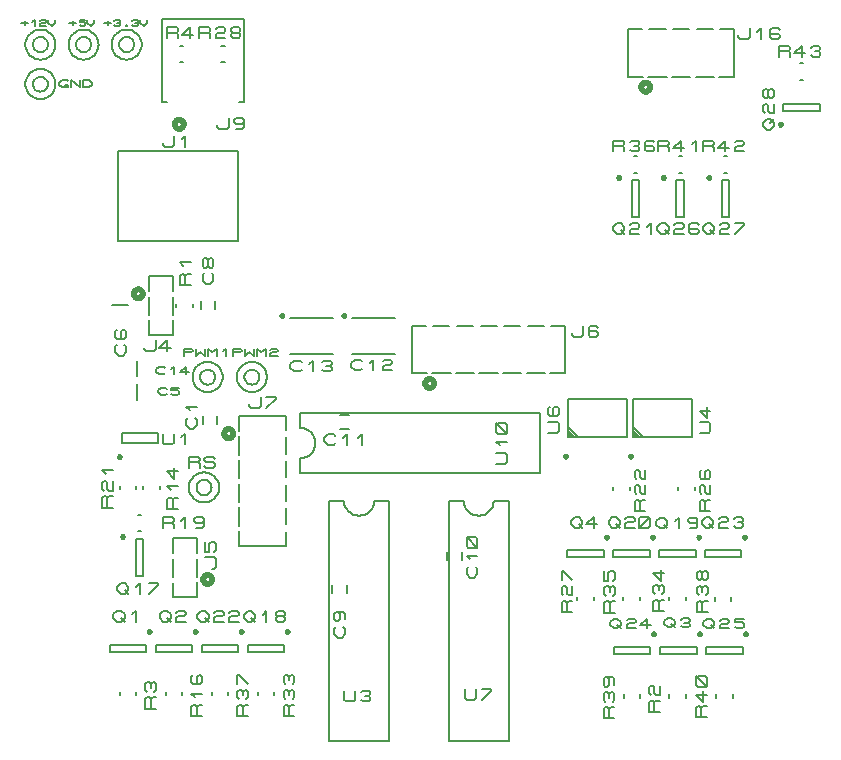
<source format=gbr>
G04 PROTEUS GERBER X2 FILE*
%TF.GenerationSoftware,Labcenter,Proteus,8.12-SP0-Build30713*%
%TF.CreationDate,2021-08-05T01:58:47+00:00*%
%TF.FileFunction,Legend,Top*%
%TF.FilePolarity,Positive*%
%TF.Part,Single*%
%TF.SameCoordinates,{c268b761-3c90-48aa-9c34-52fb7bb1cfd9}*%
%FSLAX45Y45*%
%MOMM*%
G01*
%TA.AperFunction,Material*%
%ADD30C,0.203200*%
%ADD31C,0.250000*%
%ADD32C,0.200000*%
%ADD33C,0.100000*%
%ADD34C,0.508000*%
%ADD35C,0.152400*%
%TD.AperFunction*%
D30*
X+2674768Y+1877944D02*
X+2801768Y+1877944D01*
X+2928768Y+1750944D02*
X+2954644Y+1753380D01*
X+2978616Y+1760429D01*
X+3000206Y+1771706D01*
X+3018938Y+1786822D01*
X+3034337Y+1805390D01*
X+3045926Y+1827025D01*
X+3053228Y+1851338D01*
X+3055768Y+1877944D01*
X+2928768Y+1750944D02*
X+2902162Y+1753380D01*
X+2877849Y+1760429D01*
X+2856214Y+1771706D01*
X+2837646Y+1786822D01*
X+2822530Y+1805390D01*
X+2811253Y+1827025D01*
X+2804204Y+1851338D01*
X+2801768Y+1877944D01*
X+3055768Y+1877944D02*
X+3182768Y+1877944D01*
X+2674768Y-154056D02*
X+3182768Y-154056D01*
X+2674768Y+1877944D02*
X+2674768Y-154056D01*
X+3182768Y-154056D02*
X+3182768Y+1877944D01*
X+2801768Y+270024D02*
X+2801768Y+193824D01*
X+2817643Y+178584D01*
X+2881143Y+178584D01*
X+2897018Y+193824D01*
X+2897018Y+270024D01*
X+2944643Y+254784D02*
X+2960518Y+270024D01*
X+3008143Y+270024D01*
X+3024018Y+254784D01*
X+3024018Y+239544D01*
X+3008143Y+224304D01*
X+3024018Y+209064D01*
X+3024018Y+193824D01*
X+3008143Y+178584D01*
X+2960518Y+178584D01*
X+2944643Y+193824D01*
X+2976393Y+224304D02*
X+3008143Y+224304D01*
X+3686768Y+1877944D02*
X+3813768Y+1877944D01*
X+3940768Y+1750944D02*
X+3966644Y+1753380D01*
X+3990616Y+1760429D01*
X+4012206Y+1771706D01*
X+4030938Y+1786822D01*
X+4046337Y+1805390D01*
X+4057926Y+1827025D01*
X+4065228Y+1851338D01*
X+4067768Y+1877944D01*
X+3940768Y+1750944D02*
X+3914162Y+1753380D01*
X+3889849Y+1760429D01*
X+3868214Y+1771706D01*
X+3849646Y+1786822D01*
X+3834530Y+1805390D01*
X+3823253Y+1827025D01*
X+3816204Y+1851338D01*
X+3813768Y+1877944D01*
X+4067768Y+1877944D02*
X+4194768Y+1877944D01*
X+3686768Y-154056D02*
X+4194768Y-154056D01*
X+3686768Y+1877944D02*
X+3686768Y-154056D01*
X+4194768Y-154056D02*
X+4194768Y+1877944D01*
X+3824300Y+279492D02*
X+3824300Y+203292D01*
X+3840175Y+188052D01*
X+3903675Y+188052D01*
X+3919550Y+203292D01*
X+3919550Y+279492D01*
X+3967175Y+279492D02*
X+4046550Y+279492D01*
X+4046550Y+264252D01*
X+3967175Y+188052D01*
D31*
X+1162500Y+770000D02*
X+1162457Y+771039D01*
X+1162105Y+773118D01*
X+1161368Y+775197D01*
X+1160164Y+777276D01*
X+1158323Y+779326D01*
X+1156244Y+780829D01*
X+1154165Y+781786D01*
X+1152086Y+782325D01*
X+1150007Y+782500D01*
X+1150000Y+782500D01*
X+1137500Y+770000D02*
X+1137543Y+771039D01*
X+1137895Y+773118D01*
X+1138632Y+775197D01*
X+1139836Y+777276D01*
X+1141677Y+779326D01*
X+1143756Y+780829D01*
X+1145835Y+781786D01*
X+1147914Y+782325D01*
X+1149993Y+782500D01*
X+1150000Y+782500D01*
X+1137500Y+770000D02*
X+1137543Y+768961D01*
X+1137895Y+766882D01*
X+1138632Y+764803D01*
X+1139836Y+762724D01*
X+1141677Y+760674D01*
X+1143756Y+759171D01*
X+1145835Y+758214D01*
X+1147914Y+757675D01*
X+1149993Y+757500D01*
X+1150000Y+757500D01*
X+1162500Y+770000D02*
X+1162457Y+768961D01*
X+1162105Y+766882D01*
X+1161368Y+764803D01*
X+1160164Y+762724D01*
X+1158323Y+760674D01*
X+1156244Y+759171D01*
X+1154165Y+758214D01*
X+1152086Y+757675D01*
X+1150007Y+757500D01*
X+1150000Y+757500D01*
D32*
X+815000Y+660000D02*
X+815000Y+600000D01*
X+1125000Y+600000D01*
X+1125000Y+660000D01*
X+815000Y+660000D01*
D30*
X+848360Y+915240D02*
X+880110Y+945720D01*
X+911860Y+945720D01*
X+943610Y+915240D01*
X+943610Y+884760D01*
X+911860Y+854280D01*
X+880110Y+854280D01*
X+848360Y+884760D01*
X+848360Y+915240D01*
X+911860Y+884760D02*
X+943610Y+854280D01*
X+1007110Y+915240D02*
X+1038860Y+945720D01*
X+1038860Y+854280D01*
D31*
X+5822500Y+750000D02*
X+5822457Y+751039D01*
X+5822105Y+753118D01*
X+5821368Y+755197D01*
X+5820164Y+757276D01*
X+5818323Y+759326D01*
X+5816244Y+760829D01*
X+5814165Y+761786D01*
X+5812086Y+762325D01*
X+5810007Y+762500D01*
X+5810000Y+762500D01*
X+5797500Y+750000D02*
X+5797543Y+751039D01*
X+5797895Y+753118D01*
X+5798632Y+755197D01*
X+5799836Y+757276D01*
X+5801677Y+759326D01*
X+5803756Y+760829D01*
X+5805835Y+761786D01*
X+5807914Y+762325D01*
X+5809993Y+762500D01*
X+5810000Y+762500D01*
X+5797500Y+750000D02*
X+5797543Y+748961D01*
X+5797895Y+746882D01*
X+5798632Y+744803D01*
X+5799836Y+742724D01*
X+5801677Y+740674D01*
X+5803756Y+739171D01*
X+5805835Y+738214D01*
X+5807914Y+737675D01*
X+5809993Y+737500D01*
X+5810000Y+737500D01*
X+5822500Y+750000D02*
X+5822457Y+748961D01*
X+5822105Y+746882D01*
X+5821368Y+744803D01*
X+5820164Y+742724D01*
X+5818323Y+740674D01*
X+5816244Y+739171D01*
X+5814165Y+738214D01*
X+5812086Y+737675D01*
X+5810007Y+737500D01*
X+5810000Y+737500D01*
D32*
X+5475000Y+640000D02*
X+5475000Y+580000D01*
X+5785000Y+580000D01*
X+5785000Y+640000D01*
X+5475000Y+640000D01*
D30*
X+5508360Y+857700D02*
X+5540110Y+883100D01*
X+5571860Y+883100D01*
X+5603610Y+857700D01*
X+5603610Y+832300D01*
X+5571860Y+806900D01*
X+5540110Y+806900D01*
X+5508360Y+832300D01*
X+5508360Y+857700D01*
X+5571860Y+832300D02*
X+5603610Y+806900D01*
X+5651235Y+870400D02*
X+5667110Y+883100D01*
X+5714735Y+883100D01*
X+5730610Y+870400D01*
X+5730610Y+857700D01*
X+5714735Y+845000D01*
X+5730610Y+832300D01*
X+5730610Y+819600D01*
X+5714735Y+806900D01*
X+5667110Y+806900D01*
X+5651235Y+819600D01*
X+5682985Y+845000D02*
X+5714735Y+845000D01*
D31*
X+5427500Y+1570000D02*
X+5427457Y+1571039D01*
X+5427105Y+1573118D01*
X+5426368Y+1575197D01*
X+5425164Y+1577276D01*
X+5423323Y+1579326D01*
X+5421244Y+1580829D01*
X+5419165Y+1581786D01*
X+5417086Y+1582325D01*
X+5415007Y+1582500D01*
X+5415000Y+1582500D01*
X+5402500Y+1570000D02*
X+5402543Y+1571039D01*
X+5402895Y+1573118D01*
X+5403632Y+1575197D01*
X+5404836Y+1577276D01*
X+5406677Y+1579326D01*
X+5408756Y+1580829D01*
X+5410835Y+1581786D01*
X+5412914Y+1582325D01*
X+5414993Y+1582500D01*
X+5415000Y+1582500D01*
X+5402500Y+1570000D02*
X+5402543Y+1568961D01*
X+5402895Y+1566882D01*
X+5403632Y+1564803D01*
X+5404836Y+1562724D01*
X+5406677Y+1560674D01*
X+5408756Y+1559171D01*
X+5410835Y+1558214D01*
X+5412914Y+1557675D01*
X+5414993Y+1557500D01*
X+5415000Y+1557500D01*
X+5427500Y+1570000D02*
X+5427457Y+1568961D01*
X+5427105Y+1566882D01*
X+5426368Y+1564803D01*
X+5425164Y+1562724D01*
X+5423323Y+1560674D01*
X+5421244Y+1559171D01*
X+5419165Y+1558214D01*
X+5417086Y+1557675D01*
X+5415007Y+1557500D01*
X+5415000Y+1557500D01*
D32*
X+5080000Y+1460000D02*
X+5080000Y+1400000D01*
X+5390000Y+1400000D01*
X+5390000Y+1460000D01*
X+5080000Y+1460000D01*
D30*
X+5039860Y+1710240D02*
X+5071610Y+1740720D01*
X+5103360Y+1740720D01*
X+5135110Y+1710240D01*
X+5135110Y+1679760D01*
X+5103360Y+1649280D01*
X+5071610Y+1649280D01*
X+5039860Y+1679760D01*
X+5039860Y+1710240D01*
X+5103360Y+1679760D02*
X+5135110Y+1649280D01*
X+5182735Y+1725480D02*
X+5198610Y+1740720D01*
X+5246235Y+1740720D01*
X+5262110Y+1725480D01*
X+5262110Y+1710240D01*
X+5246235Y+1695000D01*
X+5198610Y+1695000D01*
X+5182735Y+1679760D01*
X+5182735Y+1649280D01*
X+5262110Y+1649280D01*
X+5293860Y+1664520D02*
X+5293860Y+1725480D01*
X+5309735Y+1740720D01*
X+5373235Y+1740720D01*
X+5389110Y+1725480D01*
X+5389110Y+1664520D01*
X+5373235Y+1649280D01*
X+5309735Y+1649280D01*
X+5293860Y+1664520D01*
X+5293860Y+1649280D02*
X+5389110Y+1740720D01*
D32*
X+5695000Y+210000D02*
X+5695000Y+240000D01*
X+5555000Y+210000D02*
X+5555000Y+240000D01*
D30*
X+5474520Y+90931D02*
X+5383080Y+90931D01*
X+5383080Y+170306D01*
X+5398320Y+186181D01*
X+5413560Y+186181D01*
X+5428800Y+170306D01*
X+5428800Y+90931D01*
X+5428800Y+170306D02*
X+5444040Y+186181D01*
X+5474520Y+186181D01*
X+5398320Y+233806D02*
X+5383080Y+249681D01*
X+5383080Y+297306D01*
X+5398320Y+313181D01*
X+5413560Y+313181D01*
X+5428800Y+297306D01*
X+5428800Y+249681D01*
X+5444040Y+233806D01*
X+5474520Y+233806D01*
X+5474520Y+313181D01*
D32*
X+1040000Y+230000D02*
X+1040000Y+260000D01*
X+900000Y+230000D02*
X+900000Y+260000D01*
D30*
X+1209520Y+118000D02*
X+1118080Y+118000D01*
X+1118080Y+197375D01*
X+1133320Y+213250D01*
X+1148560Y+213250D01*
X+1163800Y+197375D01*
X+1163800Y+118000D01*
X+1163800Y+197375D02*
X+1179040Y+213250D01*
X+1209520Y+213250D01*
X+1133320Y+260875D02*
X+1118080Y+276750D01*
X+1118080Y+324375D01*
X+1133320Y+340250D01*
X+1148560Y+340250D01*
X+1163800Y+324375D01*
X+1179040Y+340250D01*
X+1194280Y+340250D01*
X+1209520Y+324375D01*
X+1209520Y+276750D01*
X+1194280Y+260875D01*
X+1163800Y+292625D02*
X+1163800Y+324375D01*
D32*
X+1430000Y+230000D02*
X+1430000Y+260000D01*
X+1290000Y+230000D02*
X+1290000Y+260000D01*
D30*
X+1599520Y+54500D02*
X+1508080Y+54500D01*
X+1508080Y+133875D01*
X+1523320Y+149750D01*
X+1538560Y+149750D01*
X+1553800Y+133875D01*
X+1553800Y+54500D01*
X+1553800Y+133875D02*
X+1569040Y+149750D01*
X+1599520Y+149750D01*
X+1538560Y+213250D02*
X+1508080Y+245000D01*
X+1599520Y+245000D01*
X+1523320Y+403750D02*
X+1508080Y+387875D01*
X+1508080Y+340250D01*
X+1523320Y+324375D01*
X+1584280Y+324375D01*
X+1599520Y+340250D01*
X+1599520Y+387875D01*
X+1584280Y+403750D01*
X+1569040Y+403750D01*
X+1553800Y+387875D01*
X+1553800Y+324375D01*
D31*
X+910000Y+2250000D02*
X+909957Y+2251039D01*
X+909605Y+2253118D01*
X+908868Y+2255197D01*
X+907664Y+2257276D01*
X+905823Y+2259326D01*
X+903744Y+2260829D01*
X+901665Y+2261786D01*
X+899586Y+2262325D01*
X+897507Y+2262500D01*
X+897500Y+2262500D01*
X+885000Y+2250000D02*
X+885043Y+2251039D01*
X+885395Y+2253118D01*
X+886132Y+2255197D01*
X+887336Y+2257276D01*
X+889177Y+2259326D01*
X+891256Y+2260829D01*
X+893335Y+2261786D01*
X+895414Y+2262325D01*
X+897493Y+2262500D01*
X+897500Y+2262500D01*
X+885000Y+2250000D02*
X+885043Y+2248961D01*
X+885395Y+2246882D01*
X+886132Y+2244803D01*
X+887336Y+2242724D01*
X+889177Y+2240674D01*
X+891256Y+2239171D01*
X+893335Y+2238214D01*
X+895414Y+2237675D01*
X+897493Y+2237500D01*
X+897500Y+2237500D01*
X+910000Y+2250000D02*
X+909957Y+2248961D01*
X+909605Y+2246882D01*
X+908868Y+2244803D01*
X+907664Y+2242724D01*
X+905823Y+2240674D01*
X+903744Y+2239171D01*
X+901665Y+2238214D01*
X+899586Y+2237675D01*
X+897507Y+2237500D01*
X+897500Y+2237500D01*
D32*
X+1222500Y+2370000D02*
X+1222500Y+2450000D01*
X+922500Y+2450000D01*
X+922500Y+2370000D01*
X+1222500Y+2370000D01*
D30*
X+1264300Y+2445720D02*
X+1264300Y+2369520D01*
X+1280175Y+2354280D01*
X+1343675Y+2354280D01*
X+1359550Y+2369520D01*
X+1359550Y+2445720D01*
X+1423050Y+2415240D02*
X+1454800Y+2445720D01*
X+1454800Y+2354280D01*
D32*
X+900000Y+2005000D02*
X+900000Y+1975000D01*
X+1040000Y+2005000D02*
X+1040000Y+1975000D01*
D30*
X+841920Y+1819500D02*
X+750480Y+1819500D01*
X+750480Y+1898875D01*
X+765720Y+1914750D01*
X+780960Y+1914750D01*
X+796200Y+1898875D01*
X+796200Y+1819500D01*
X+796200Y+1898875D02*
X+811440Y+1914750D01*
X+841920Y+1914750D01*
X+765720Y+1962375D02*
X+750480Y+1978250D01*
X+750480Y+2025875D01*
X+765720Y+2041750D01*
X+780960Y+2041750D01*
X+796200Y+2025875D01*
X+796200Y+1978250D01*
X+811440Y+1962375D01*
X+841920Y+1962375D01*
X+841920Y+2041750D01*
X+780960Y+2105250D02*
X+750480Y+2137000D01*
X+841920Y+2137000D01*
D32*
X+1240000Y+1975000D02*
X+1240000Y+2005000D01*
X+1100000Y+1975000D02*
X+1100000Y+2005000D01*
D30*
X+1394520Y+1809500D02*
X+1303080Y+1809500D01*
X+1303080Y+1888875D01*
X+1318320Y+1904750D01*
X+1333560Y+1904750D01*
X+1348800Y+1888875D01*
X+1348800Y+1809500D01*
X+1348800Y+1888875D02*
X+1364040Y+1904750D01*
X+1394520Y+1904750D01*
X+1333560Y+1968250D02*
X+1303080Y+2000000D01*
X+1394520Y+2000000D01*
X+1364040Y+2158750D02*
X+1364040Y+2063500D01*
X+1303080Y+2127000D01*
X+1394520Y+2127000D01*
D32*
X+5692301Y+1035000D02*
X+5692301Y+1065000D01*
X+5552301Y+1035000D02*
X+5552301Y+1065000D01*
D30*
X+5511821Y+944500D02*
X+5420381Y+944500D01*
X+5420381Y+1023875D01*
X+5435621Y+1039750D01*
X+5450861Y+1039750D01*
X+5466101Y+1023875D01*
X+5466101Y+944500D01*
X+5466101Y+1023875D02*
X+5481341Y+1039750D01*
X+5511821Y+1039750D01*
X+5435621Y+1087375D02*
X+5420381Y+1103250D01*
X+5420381Y+1150875D01*
X+5435621Y+1166750D01*
X+5450861Y+1166750D01*
X+5466101Y+1150875D01*
X+5481341Y+1166750D01*
X+5496581Y+1166750D01*
X+5511821Y+1150875D01*
X+5511821Y+1103250D01*
X+5496581Y+1087375D01*
X+5466101Y+1119125D02*
X+5466101Y+1150875D01*
X+5481341Y+1293750D02*
X+5481341Y+1198500D01*
X+5420381Y+1262000D01*
X+5511821Y+1262000D01*
D32*
X+2210000Y+230000D02*
X+2210000Y+260000D01*
X+2070000Y+230000D02*
X+2070000Y+260000D01*
D30*
X+2379520Y+54500D02*
X+2288080Y+54500D01*
X+2288080Y+133875D01*
X+2303320Y+149750D01*
X+2318560Y+149750D01*
X+2333800Y+133875D01*
X+2333800Y+54500D01*
X+2333800Y+133875D02*
X+2349040Y+149750D01*
X+2379520Y+149750D01*
X+2303320Y+197375D02*
X+2288080Y+213250D01*
X+2288080Y+260875D01*
X+2303320Y+276750D01*
X+2318560Y+276750D01*
X+2333800Y+260875D01*
X+2349040Y+276750D01*
X+2364280Y+276750D01*
X+2379520Y+260875D01*
X+2379520Y+213250D01*
X+2364280Y+197375D01*
X+2333800Y+229125D02*
X+2333800Y+260875D01*
X+2303320Y+324375D02*
X+2288080Y+340250D01*
X+2288080Y+387875D01*
X+2303320Y+403750D01*
X+2318560Y+403750D01*
X+2333800Y+387875D01*
X+2349040Y+403750D01*
X+2364280Y+403750D01*
X+2379520Y+387875D01*
X+2379520Y+340250D01*
X+2364280Y+324375D01*
X+2333800Y+356125D02*
X+2333800Y+387875D01*
D32*
X+5305000Y+1034000D02*
X+5305000Y+1064000D01*
X+5165000Y+1034000D02*
X+5165000Y+1064000D01*
D30*
X+5096703Y+930561D02*
X+5005263Y+930561D01*
X+5005263Y+1009936D01*
X+5020503Y+1025811D01*
X+5035743Y+1025811D01*
X+5050983Y+1009936D01*
X+5050983Y+930561D01*
X+5050983Y+1009936D02*
X+5066223Y+1025811D01*
X+5096703Y+1025811D01*
X+5020503Y+1073436D02*
X+5005263Y+1089311D01*
X+5005263Y+1136936D01*
X+5020503Y+1152811D01*
X+5035743Y+1152811D01*
X+5050983Y+1136936D01*
X+5066223Y+1152811D01*
X+5081463Y+1152811D01*
X+5096703Y+1136936D01*
X+5096703Y+1089311D01*
X+5081463Y+1073436D01*
X+5050983Y+1105186D02*
X+5050983Y+1136936D01*
X+5005263Y+1279811D02*
X+5005263Y+1200436D01*
X+5035743Y+1200436D01*
X+5035743Y+1263936D01*
X+5050983Y+1279811D01*
X+5081463Y+1279811D01*
X+5096703Y+1263936D01*
X+5096703Y+1216311D01*
X+5081463Y+1200436D01*
D32*
X+1820000Y+230000D02*
X+1820000Y+260000D01*
X+1680000Y+230000D02*
X+1680000Y+260000D01*
D30*
X+1989520Y+54500D02*
X+1898080Y+54500D01*
X+1898080Y+133875D01*
X+1913320Y+149750D01*
X+1928560Y+149750D01*
X+1943800Y+133875D01*
X+1943800Y+54500D01*
X+1943800Y+133875D02*
X+1959040Y+149750D01*
X+1989520Y+149750D01*
X+1913320Y+197375D02*
X+1898080Y+213250D01*
X+1898080Y+260875D01*
X+1913320Y+276750D01*
X+1928560Y+276750D01*
X+1943800Y+260875D01*
X+1959040Y+276750D01*
X+1974280Y+276750D01*
X+1989520Y+260875D01*
X+1989520Y+213250D01*
X+1974280Y+197375D01*
X+1943800Y+229125D02*
X+1943800Y+260875D01*
X+1898080Y+324375D02*
X+1898080Y+403750D01*
X+1913320Y+403750D01*
X+1989520Y+324375D01*
D32*
X+6080000Y+1030000D02*
X+6080000Y+1060000D01*
X+5940000Y+1030000D02*
X+5940000Y+1060000D01*
D30*
X+5879520Y+934500D02*
X+5788080Y+934500D01*
X+5788080Y+1013875D01*
X+5803320Y+1029750D01*
X+5818560Y+1029750D01*
X+5833800Y+1013875D01*
X+5833800Y+934500D01*
X+5833800Y+1013875D02*
X+5849040Y+1029750D01*
X+5879520Y+1029750D01*
X+5803320Y+1077375D02*
X+5788080Y+1093250D01*
X+5788080Y+1140875D01*
X+5803320Y+1156750D01*
X+5818560Y+1156750D01*
X+5833800Y+1140875D01*
X+5849040Y+1156750D01*
X+5864280Y+1156750D01*
X+5879520Y+1140875D01*
X+5879520Y+1093250D01*
X+5864280Y+1077375D01*
X+5833800Y+1109125D02*
X+5833800Y+1140875D01*
X+5833800Y+1220250D02*
X+5818560Y+1204375D01*
X+5803320Y+1204375D01*
X+5788080Y+1220250D01*
X+5788080Y+1267875D01*
X+5803320Y+1283750D01*
X+5818560Y+1283750D01*
X+5833800Y+1267875D01*
X+5833800Y+1220250D01*
X+5849040Y+1204375D01*
X+5864280Y+1204375D01*
X+5879520Y+1220250D01*
X+5879520Y+1267875D01*
X+5864280Y+1283750D01*
X+5849040Y+1283750D01*
X+5833800Y+1267875D01*
D32*
X+5310000Y+210000D02*
X+5310000Y+240000D01*
X+5170000Y+210000D02*
X+5170000Y+240000D01*
D30*
X+5089520Y+34500D02*
X+4998080Y+34500D01*
X+4998080Y+113875D01*
X+5013320Y+129750D01*
X+5028560Y+129750D01*
X+5043800Y+113875D01*
X+5043800Y+34500D01*
X+5043800Y+113875D02*
X+5059040Y+129750D01*
X+5089520Y+129750D01*
X+5013320Y+177375D02*
X+4998080Y+193250D01*
X+4998080Y+240875D01*
X+5013320Y+256750D01*
X+5028560Y+256750D01*
X+5043800Y+240875D01*
X+5059040Y+256750D01*
X+5074280Y+256750D01*
X+5089520Y+240875D01*
X+5089520Y+193250D01*
X+5074280Y+177375D01*
X+5043800Y+209125D02*
X+5043800Y+240875D01*
X+5028560Y+383750D02*
X+5043800Y+367875D01*
X+5043800Y+320250D01*
X+5028560Y+304375D01*
X+5013320Y+304375D01*
X+4998080Y+320250D01*
X+4998080Y+367875D01*
X+5013320Y+383750D01*
X+5074280Y+383750D01*
X+5089520Y+367875D01*
X+5089520Y+320250D01*
D32*
X+6090000Y+210000D02*
X+6090000Y+240000D01*
X+5950000Y+210000D02*
X+5950000Y+240000D01*
D30*
X+5869520Y+44500D02*
X+5778080Y+44500D01*
X+5778080Y+123875D01*
X+5793320Y+139750D01*
X+5808560Y+139750D01*
X+5823800Y+123875D01*
X+5823800Y+44500D01*
X+5823800Y+123875D02*
X+5839040Y+139750D01*
X+5869520Y+139750D01*
X+5839040Y+266750D02*
X+5839040Y+171500D01*
X+5778080Y+235000D01*
X+5869520Y+235000D01*
X+5854280Y+298500D02*
X+5793320Y+298500D01*
X+5778080Y+314375D01*
X+5778080Y+377875D01*
X+5793320Y+393750D01*
X+5854280Y+393750D01*
X+5869520Y+377875D01*
X+5869520Y+314375D01*
X+5854280Y+298500D01*
X+5869520Y+298500D02*
X+5778080Y+393750D01*
D31*
X+6202500Y+1570000D02*
X+6202457Y+1571039D01*
X+6202105Y+1573118D01*
X+6201368Y+1575197D01*
X+6200164Y+1577276D01*
X+6198323Y+1579326D01*
X+6196244Y+1580829D01*
X+6194165Y+1581786D01*
X+6192086Y+1582325D01*
X+6190007Y+1582500D01*
X+6190000Y+1582500D01*
X+6177500Y+1570000D02*
X+6177543Y+1571039D01*
X+6177895Y+1573118D01*
X+6178632Y+1575197D01*
X+6179836Y+1577276D01*
X+6181677Y+1579326D01*
X+6183756Y+1580829D01*
X+6185835Y+1581786D01*
X+6187914Y+1582325D01*
X+6189993Y+1582500D01*
X+6190000Y+1582500D01*
X+6177500Y+1570000D02*
X+6177543Y+1568961D01*
X+6177895Y+1566882D01*
X+6178632Y+1564803D01*
X+6179836Y+1562724D01*
X+6181677Y+1560674D01*
X+6183756Y+1559171D01*
X+6185835Y+1558214D01*
X+6187914Y+1557675D01*
X+6189993Y+1557500D01*
X+6190000Y+1557500D01*
X+6202500Y+1570000D02*
X+6202457Y+1568961D01*
X+6202105Y+1566882D01*
X+6201368Y+1564803D01*
X+6200164Y+1562724D01*
X+6198323Y+1560674D01*
X+6196244Y+1559171D01*
X+6194165Y+1558214D01*
X+6192086Y+1557675D01*
X+6190007Y+1557500D01*
X+6190000Y+1557500D01*
D32*
X+5855000Y+1460000D02*
X+5855000Y+1400000D01*
X+6165000Y+1400000D01*
X+6165000Y+1460000D01*
X+5855000Y+1460000D01*
D30*
X+5830700Y+1710240D02*
X+5862450Y+1740720D01*
X+5894200Y+1740720D01*
X+5925950Y+1710240D01*
X+5925950Y+1679760D01*
X+5894200Y+1649280D01*
X+5862450Y+1649280D01*
X+5830700Y+1679760D01*
X+5830700Y+1710240D01*
X+5894200Y+1679760D02*
X+5925950Y+1649280D01*
X+5973575Y+1725480D02*
X+5989450Y+1740720D01*
X+6037075Y+1740720D01*
X+6052950Y+1725480D01*
X+6052950Y+1710240D01*
X+6037075Y+1695000D01*
X+5989450Y+1695000D01*
X+5973575Y+1679760D01*
X+5973575Y+1649280D01*
X+6052950Y+1649280D01*
X+6100575Y+1725480D02*
X+6116450Y+1740720D01*
X+6164075Y+1740720D01*
X+6179950Y+1725480D01*
X+6179950Y+1710240D01*
X+6164075Y+1695000D01*
X+6179950Y+1679760D01*
X+6179950Y+1664520D01*
X+6164075Y+1649280D01*
X+6116450Y+1649280D01*
X+6100575Y+1664520D01*
X+6132325Y+1695000D02*
X+6164075Y+1695000D01*
D31*
X+5432500Y+750000D02*
X+5432457Y+751039D01*
X+5432105Y+753118D01*
X+5431368Y+755197D01*
X+5430164Y+757276D01*
X+5428323Y+759326D01*
X+5426244Y+760829D01*
X+5424165Y+761786D01*
X+5422086Y+762325D01*
X+5420007Y+762500D01*
X+5420000Y+762500D01*
X+5407500Y+750000D02*
X+5407543Y+751039D01*
X+5407895Y+753118D01*
X+5408632Y+755197D01*
X+5409836Y+757276D01*
X+5411677Y+759326D01*
X+5413756Y+760829D01*
X+5415835Y+761786D01*
X+5417914Y+762325D01*
X+5419993Y+762500D01*
X+5420000Y+762500D01*
X+5407500Y+750000D02*
X+5407543Y+748961D01*
X+5407895Y+746882D01*
X+5408632Y+744803D01*
X+5409836Y+742724D01*
X+5411677Y+740674D01*
X+5413756Y+739171D01*
X+5415835Y+738214D01*
X+5417914Y+737675D01*
X+5419993Y+737500D01*
X+5420000Y+737500D01*
X+5432500Y+750000D02*
X+5432457Y+748961D01*
X+5432105Y+746882D01*
X+5431368Y+744803D01*
X+5430164Y+742724D01*
X+5428323Y+740674D01*
X+5426244Y+739171D01*
X+5424165Y+738214D01*
X+5422086Y+737675D01*
X+5420007Y+737500D01*
X+5420000Y+737500D01*
D32*
X+5085000Y+640000D02*
X+5085000Y+580000D01*
X+5395000Y+580000D01*
X+5395000Y+640000D01*
X+5085000Y+640000D01*
D30*
X+5050700Y+852700D02*
X+5082450Y+878100D01*
X+5114200Y+878100D01*
X+5145950Y+852700D01*
X+5145950Y+827300D01*
X+5114200Y+801900D01*
X+5082450Y+801900D01*
X+5050700Y+827300D01*
X+5050700Y+852700D01*
X+5114200Y+827300D02*
X+5145950Y+801900D01*
X+5193575Y+865400D02*
X+5209450Y+878100D01*
X+5257075Y+878100D01*
X+5272950Y+865400D01*
X+5272950Y+852700D01*
X+5257075Y+840000D01*
X+5209450Y+840000D01*
X+5193575Y+827300D01*
X+5193575Y+801900D01*
X+5272950Y+801900D01*
X+5399950Y+827300D02*
X+5304700Y+827300D01*
X+5368200Y+878100D01*
X+5368200Y+801900D01*
D31*
X+6212500Y+750000D02*
X+6212457Y+751039D01*
X+6212105Y+753118D01*
X+6211368Y+755197D01*
X+6210164Y+757276D01*
X+6208323Y+759326D01*
X+6206244Y+760829D01*
X+6204165Y+761786D01*
X+6202086Y+762325D01*
X+6200007Y+762500D01*
X+6200000Y+762500D01*
X+6187500Y+750000D02*
X+6187543Y+751039D01*
X+6187895Y+753118D01*
X+6188632Y+755197D01*
X+6189836Y+757276D01*
X+6191677Y+759326D01*
X+6193756Y+760829D01*
X+6195835Y+761786D01*
X+6197914Y+762325D01*
X+6199993Y+762500D01*
X+6200000Y+762500D01*
X+6187500Y+750000D02*
X+6187543Y+748961D01*
X+6187895Y+746882D01*
X+6188632Y+744803D01*
X+6189836Y+742724D01*
X+6191677Y+740674D01*
X+6193756Y+739171D01*
X+6195835Y+738214D01*
X+6197914Y+737675D01*
X+6199993Y+737500D01*
X+6200000Y+737500D01*
X+6212500Y+750000D02*
X+6212457Y+748961D01*
X+6212105Y+746882D01*
X+6211368Y+744803D01*
X+6210164Y+742724D01*
X+6208323Y+740674D01*
X+6206244Y+739171D01*
X+6204165Y+738214D01*
X+6202086Y+737675D01*
X+6200007Y+737500D01*
X+6200000Y+737500D01*
D32*
X+5865000Y+640000D02*
X+5865000Y+580000D01*
X+6175000Y+580000D01*
X+6175000Y+640000D01*
X+5865000Y+640000D01*
D30*
X+5840700Y+849521D02*
X+5872450Y+874921D01*
X+5904200Y+874921D01*
X+5935950Y+849521D01*
X+5935950Y+824121D01*
X+5904200Y+798721D01*
X+5872450Y+798721D01*
X+5840700Y+824121D01*
X+5840700Y+849521D01*
X+5904200Y+824121D02*
X+5935950Y+798721D01*
X+5983575Y+862221D02*
X+5999450Y+874921D01*
X+6047075Y+874921D01*
X+6062950Y+862221D01*
X+6062950Y+849521D01*
X+6047075Y+836821D01*
X+5999450Y+836821D01*
X+5983575Y+824121D01*
X+5983575Y+798721D01*
X+6062950Y+798721D01*
X+6189950Y+874921D02*
X+6110575Y+874921D01*
X+6110575Y+849521D01*
X+6174075Y+849521D01*
X+6189950Y+836821D01*
X+6189950Y+811421D01*
X+6174075Y+798721D01*
X+6126450Y+798721D01*
X+6110575Y+811421D01*
D31*
X+1552500Y+770000D02*
X+1552457Y+771039D01*
X+1552105Y+773118D01*
X+1551368Y+775197D01*
X+1550164Y+777276D01*
X+1548323Y+779326D01*
X+1546244Y+780829D01*
X+1544165Y+781786D01*
X+1542086Y+782325D01*
X+1540007Y+782500D01*
X+1540000Y+782500D01*
X+1527500Y+770000D02*
X+1527543Y+771039D01*
X+1527895Y+773118D01*
X+1528632Y+775197D01*
X+1529836Y+777276D01*
X+1531677Y+779326D01*
X+1533756Y+780829D01*
X+1535835Y+781786D01*
X+1537914Y+782325D01*
X+1539993Y+782500D01*
X+1540000Y+782500D01*
X+1527500Y+770000D02*
X+1527543Y+768961D01*
X+1527895Y+766882D01*
X+1528632Y+764803D01*
X+1529836Y+762724D01*
X+1531677Y+760674D01*
X+1533756Y+759171D01*
X+1535835Y+758214D01*
X+1537914Y+757675D01*
X+1539993Y+757500D01*
X+1540000Y+757500D01*
X+1552500Y+770000D02*
X+1552457Y+768961D01*
X+1552105Y+766882D01*
X+1551368Y+764803D01*
X+1550164Y+762724D01*
X+1548323Y+760674D01*
X+1546244Y+759171D01*
X+1544165Y+758214D01*
X+1542086Y+757675D01*
X+1540007Y+757500D01*
X+1540000Y+757500D01*
D32*
X+1205000Y+660000D02*
X+1205000Y+600000D01*
X+1515000Y+600000D01*
X+1515000Y+660000D01*
X+1205000Y+660000D01*
D30*
X+1239200Y+915240D02*
X+1270950Y+945720D01*
X+1302700Y+945720D01*
X+1334450Y+915240D01*
X+1334450Y+884760D01*
X+1302700Y+854280D01*
X+1270950Y+854280D01*
X+1239200Y+884760D01*
X+1239200Y+915240D01*
X+1302700Y+884760D02*
X+1334450Y+854280D01*
X+1382075Y+930480D02*
X+1397950Y+945720D01*
X+1445575Y+945720D01*
X+1461450Y+930480D01*
X+1461450Y+915240D01*
X+1445575Y+900000D01*
X+1397950Y+900000D01*
X+1382075Y+884760D01*
X+1382075Y+854280D01*
X+1461450Y+854280D01*
D31*
X+5237500Y+2255000D02*
X+5237457Y+2256039D01*
X+5237105Y+2258118D01*
X+5236368Y+2260197D01*
X+5235164Y+2262276D01*
X+5233323Y+2264326D01*
X+5231244Y+2265829D01*
X+5229165Y+2266786D01*
X+5227086Y+2267325D01*
X+5225007Y+2267500D01*
X+5225000Y+2267500D01*
X+5212500Y+2255000D02*
X+5212543Y+2256039D01*
X+5212895Y+2258118D01*
X+5213632Y+2260197D01*
X+5214836Y+2262276D01*
X+5216677Y+2264326D01*
X+5218756Y+2265829D01*
X+5220835Y+2266786D01*
X+5222914Y+2267325D01*
X+5224993Y+2267500D01*
X+5225000Y+2267500D01*
X+5212500Y+2255000D02*
X+5212543Y+2253961D01*
X+5212895Y+2251882D01*
X+5213632Y+2249803D01*
X+5214836Y+2247724D01*
X+5216677Y+2245674D01*
X+5218756Y+2244171D01*
X+5220835Y+2243214D01*
X+5222914Y+2242675D01*
X+5224993Y+2242500D01*
X+5225000Y+2242500D01*
X+5237500Y+2255000D02*
X+5237457Y+2253961D01*
X+5237105Y+2251882D01*
X+5236368Y+2249803D01*
X+5235164Y+2247724D01*
X+5233323Y+2245674D01*
X+5231244Y+2244171D01*
X+5229165Y+2243214D01*
X+5227086Y+2242675D01*
X+5225007Y+2242500D01*
X+5225000Y+2242500D01*
D32*
X+5750000Y+2420000D02*
X+5750000Y+2740000D01*
X+5250000Y+2740000D01*
X+5250000Y+2420000D01*
X+5750000Y+2420000D01*
D33*
X+5260000Y+2420000D02*
X+5250000Y+2430000D01*
X+5270000Y+2420000D02*
X+5250000Y+2440000D01*
X+5280000Y+2420000D02*
X+5250000Y+2450000D01*
X+5290000Y+2420000D02*
X+5250000Y+2460000D01*
X+5300000Y+2420000D02*
X+5250000Y+2470000D01*
X+5310000Y+2420000D02*
X+5250000Y+2480000D01*
X+5320000Y+2420000D02*
X+5250000Y+2490000D01*
X+5330000Y+2420000D02*
X+5250000Y+2500000D01*
X+5340000Y+2420000D02*
X+5250000Y+2510000D01*
D30*
X+5811801Y+2448000D02*
X+5888001Y+2448000D01*
X+5903241Y+2463875D01*
X+5903241Y+2527375D01*
X+5888001Y+2543250D01*
X+5811801Y+2543250D01*
X+5872761Y+2670250D02*
X+5872761Y+2575000D01*
X+5811801Y+2638500D01*
X+5903241Y+2638500D01*
D31*
X+4687500Y+2255000D02*
X+4687457Y+2256039D01*
X+4687105Y+2258118D01*
X+4686368Y+2260197D01*
X+4685164Y+2262276D01*
X+4683323Y+2264326D01*
X+4681244Y+2265829D01*
X+4679165Y+2266786D01*
X+4677086Y+2267325D01*
X+4675007Y+2267500D01*
X+4675000Y+2267500D01*
X+4662500Y+2255000D02*
X+4662543Y+2256039D01*
X+4662895Y+2258118D01*
X+4663632Y+2260197D01*
X+4664836Y+2262276D01*
X+4666677Y+2264326D01*
X+4668756Y+2265829D01*
X+4670835Y+2266786D01*
X+4672914Y+2267325D01*
X+4674993Y+2267500D01*
X+4675000Y+2267500D01*
X+4662500Y+2255000D02*
X+4662543Y+2253961D01*
X+4662895Y+2251882D01*
X+4663632Y+2249803D01*
X+4664836Y+2247724D01*
X+4666677Y+2245674D01*
X+4668756Y+2244171D01*
X+4670835Y+2243214D01*
X+4672914Y+2242675D01*
X+4674993Y+2242500D01*
X+4675000Y+2242500D01*
X+4687500Y+2255000D02*
X+4687457Y+2253961D01*
X+4687105Y+2251882D01*
X+4686368Y+2249803D01*
X+4685164Y+2247724D01*
X+4683323Y+2245674D01*
X+4681244Y+2244171D01*
X+4679165Y+2243214D01*
X+4677086Y+2242675D01*
X+4675007Y+2242500D01*
X+4675000Y+2242500D01*
D32*
X+5200000Y+2420000D02*
X+5200000Y+2740000D01*
X+4700000Y+2740000D01*
X+4700000Y+2420000D01*
X+5200000Y+2420000D01*
D33*
X+4710000Y+2420000D02*
X+4700000Y+2430000D01*
X+4720000Y+2420000D02*
X+4700000Y+2440000D01*
X+4730000Y+2420000D02*
X+4700000Y+2450000D01*
X+4740000Y+2420000D02*
X+4700000Y+2460000D01*
X+4750000Y+2420000D02*
X+4700000Y+2470000D01*
X+4760000Y+2420000D02*
X+4700000Y+2480000D01*
X+4770000Y+2420000D02*
X+4700000Y+2490000D01*
X+4780000Y+2420000D02*
X+4700000Y+2500000D01*
X+4790000Y+2420000D02*
X+4700000Y+2510000D01*
D30*
X+4528080Y+2453000D02*
X+4604280Y+2453000D01*
X+4619520Y+2468875D01*
X+4619520Y+2532375D01*
X+4604280Y+2548250D01*
X+4528080Y+2548250D01*
X+4543320Y+2675250D02*
X+4528080Y+2659375D01*
X+4528080Y+2611750D01*
X+4543320Y+2595875D01*
X+4604280Y+2595875D01*
X+4619520Y+2611750D01*
X+4619520Y+2659375D01*
X+4604280Y+2675250D01*
X+4589040Y+2675250D01*
X+4573800Y+2659375D01*
X+4573800Y+2595875D01*
D34*
X+1443100Y+5064500D02*
X+1442969Y+5067658D01*
X+1441903Y+5073976D01*
X+1439672Y+5080294D01*
X+1436027Y+5086612D01*
X+1430452Y+5092851D01*
X+1424134Y+5097447D01*
X+1417816Y+5100380D01*
X+1411498Y+5102042D01*
X+1405180Y+5102600D01*
X+1405000Y+5102600D01*
X+1366900Y+5064500D02*
X+1367031Y+5067658D01*
X+1368097Y+5073976D01*
X+1370328Y+5080294D01*
X+1373973Y+5086612D01*
X+1379548Y+5092851D01*
X+1385866Y+5097447D01*
X+1392184Y+5100380D01*
X+1398502Y+5102042D01*
X+1404820Y+5102600D01*
X+1405000Y+5102600D01*
X+1366900Y+5064500D02*
X+1367031Y+5061342D01*
X+1368097Y+5055024D01*
X+1370328Y+5048706D01*
X+1373973Y+5042388D01*
X+1379548Y+5036149D01*
X+1385866Y+5031553D01*
X+1392184Y+5028620D01*
X+1398502Y+5026958D01*
X+1404820Y+5026400D01*
X+1405000Y+5026400D01*
X+1443100Y+5064500D02*
X+1442969Y+5061342D01*
X+1441903Y+5055024D01*
X+1439672Y+5048706D01*
X+1436027Y+5042388D01*
X+1430452Y+5036149D01*
X+1424134Y+5031553D01*
X+1417816Y+5028620D01*
X+1411498Y+5026958D01*
X+1405180Y+5026400D01*
X+1405000Y+5026400D01*
D35*
X+1255750Y+5255940D02*
X+1301880Y+5255940D01*
X+1954250Y+5255940D02*
X+1954250Y+5956980D01*
X+1255750Y+5956980D01*
X+1255750Y+5255940D01*
X+1908120Y+5255940D02*
X+1954250Y+5255940D01*
D30*
X+1728000Y+5055560D02*
X+1728000Y+5040320D01*
X+1743875Y+5025080D01*
X+1807375Y+5025080D01*
X+1823250Y+5040320D01*
X+1823250Y+5116520D01*
X+1950250Y+5086040D02*
X+1934375Y+5070800D01*
X+1886750Y+5070800D01*
X+1870875Y+5086040D01*
X+1870875Y+5101280D01*
X+1886750Y+5116520D01*
X+1934375Y+5116520D01*
X+1950250Y+5101280D01*
X+1950250Y+5040320D01*
X+1934375Y+5025080D01*
X+1886750Y+5025080D01*
D32*
X+1760000Y+5590000D02*
X+1790000Y+5590000D01*
X+1760000Y+5730000D02*
X+1790000Y+5730000D01*
D30*
X+1574500Y+5795480D02*
X+1574500Y+5886920D01*
X+1653875Y+5886920D01*
X+1669750Y+5871680D01*
X+1669750Y+5856440D01*
X+1653875Y+5841200D01*
X+1574500Y+5841200D01*
X+1653875Y+5841200D02*
X+1669750Y+5825960D01*
X+1669750Y+5795480D01*
X+1717375Y+5871680D02*
X+1733250Y+5886920D01*
X+1780875Y+5886920D01*
X+1796750Y+5871680D01*
X+1796750Y+5856440D01*
X+1780875Y+5841200D01*
X+1733250Y+5841200D01*
X+1717375Y+5825960D01*
X+1717375Y+5795480D01*
X+1796750Y+5795480D01*
X+1860250Y+5841200D02*
X+1844375Y+5856440D01*
X+1844375Y+5871680D01*
X+1860250Y+5886920D01*
X+1907875Y+5886920D01*
X+1923750Y+5871680D01*
X+1923750Y+5856440D01*
X+1907875Y+5841200D01*
X+1860250Y+5841200D01*
X+1844375Y+5825960D01*
X+1844375Y+5810720D01*
X+1860250Y+5795480D01*
X+1907875Y+5795480D01*
X+1923750Y+5810720D01*
X+1923750Y+5825960D01*
X+1907875Y+5841200D01*
D32*
X+1440000Y+5730000D02*
X+1410000Y+5730000D01*
X+1440000Y+5590000D02*
X+1410000Y+5590000D01*
D30*
X+1303000Y+5793080D02*
X+1303000Y+5884520D01*
X+1382375Y+5884520D01*
X+1398250Y+5869280D01*
X+1398250Y+5854040D01*
X+1382375Y+5838800D01*
X+1303000Y+5838800D01*
X+1382375Y+5838800D02*
X+1398250Y+5823560D01*
X+1398250Y+5793080D01*
X+1525250Y+5823560D02*
X+1430000Y+5823560D01*
X+1493500Y+5884520D01*
X+1493500Y+5793080D01*
D32*
X+1055000Y+1620000D02*
X+1085000Y+1620000D01*
X+1055000Y+1760000D02*
X+1085000Y+1760000D01*
D30*
X+1264500Y+1645480D02*
X+1264500Y+1736920D01*
X+1343875Y+1736920D01*
X+1359750Y+1721680D01*
X+1359750Y+1706440D01*
X+1343875Y+1691200D01*
X+1264500Y+1691200D01*
X+1343875Y+1691200D02*
X+1359750Y+1675960D01*
X+1359750Y+1645480D01*
X+1423250Y+1706440D02*
X+1455000Y+1736920D01*
X+1455000Y+1645480D01*
X+1613750Y+1706440D02*
X+1597875Y+1691200D01*
X+1550250Y+1691200D01*
X+1534375Y+1706440D01*
X+1534375Y+1721680D01*
X+1550250Y+1736920D01*
X+1597875Y+1736920D01*
X+1613750Y+1721680D01*
X+1613750Y+1660720D01*
X+1597875Y+1645480D01*
X+1550250Y+1645480D01*
X+2428768Y+2111944D02*
X+2428768Y+2238944D01*
X+2555768Y+2365944D02*
X+2553332Y+2391820D01*
X+2546283Y+2415792D01*
X+2535006Y+2437382D01*
X+2519890Y+2456114D01*
X+2501322Y+2471513D01*
X+2479687Y+2483102D01*
X+2455374Y+2490404D01*
X+2428768Y+2492944D01*
X+2555768Y+2365944D02*
X+2553332Y+2339338D01*
X+2546283Y+2315025D01*
X+2535006Y+2293390D01*
X+2519890Y+2274822D01*
X+2501322Y+2259706D01*
X+2479687Y+2248429D01*
X+2455374Y+2241380D01*
X+2428768Y+2238944D01*
X+2428768Y+2492944D02*
X+2428768Y+2619944D01*
X+4460768Y+2111944D02*
X+4460768Y+2619944D01*
X+2428768Y+2111944D02*
X+4460768Y+2111944D01*
X+4460768Y+2619944D02*
X+2428768Y+2619944D01*
X+4089841Y+2187584D02*
X+4166041Y+2187584D01*
X+4181281Y+2203459D01*
X+4181281Y+2266959D01*
X+4166041Y+2282834D01*
X+4089841Y+2282834D01*
X+4120321Y+2346334D02*
X+4089841Y+2378084D01*
X+4181281Y+2378084D01*
X+4166041Y+2441584D02*
X+4105081Y+2441584D01*
X+4089841Y+2457459D01*
X+4089841Y+2520959D01*
X+4105081Y+2536834D01*
X+4166041Y+2536834D01*
X+4181281Y+2520959D01*
X+4181281Y+2457459D01*
X+4166041Y+2441584D01*
X+4181281Y+2441584D02*
X+4089841Y+2536834D01*
D32*
X+5630000Y+1995000D02*
X+5630000Y+1965000D01*
X+5770000Y+1995000D02*
X+5770000Y+1965000D01*
D30*
X+5901920Y+1789500D02*
X+5810480Y+1789500D01*
X+5810480Y+1868875D01*
X+5825720Y+1884750D01*
X+5840960Y+1884750D01*
X+5856200Y+1868875D01*
X+5856200Y+1789500D01*
X+5856200Y+1868875D02*
X+5871440Y+1884750D01*
X+5901920Y+1884750D01*
X+5825720Y+1932375D02*
X+5810480Y+1948250D01*
X+5810480Y+1995875D01*
X+5825720Y+2011750D01*
X+5840960Y+2011750D01*
X+5856200Y+1995875D01*
X+5856200Y+1948250D01*
X+5871440Y+1932375D01*
X+5901920Y+1932375D01*
X+5901920Y+2011750D01*
X+5825720Y+2138750D02*
X+5810480Y+2122875D01*
X+5810480Y+2075250D01*
X+5825720Y+2059375D01*
X+5886680Y+2059375D01*
X+5901920Y+2075250D01*
X+5901920Y+2122875D01*
X+5886680Y+2138750D01*
X+5871440Y+2138750D01*
X+5856200Y+2122875D01*
X+5856200Y+2059375D01*
D32*
X+5080000Y+1995000D02*
X+5080000Y+1965000D01*
X+5220000Y+1995000D02*
X+5220000Y+1965000D01*
D30*
X+5351920Y+1789500D02*
X+5260480Y+1789500D01*
X+5260480Y+1868875D01*
X+5275720Y+1884750D01*
X+5290960Y+1884750D01*
X+5306200Y+1868875D01*
X+5306200Y+1789500D01*
X+5306200Y+1868875D02*
X+5321440Y+1884750D01*
X+5351920Y+1884750D01*
X+5275720Y+1932375D02*
X+5260480Y+1948250D01*
X+5260480Y+1995875D01*
X+5275720Y+2011750D01*
X+5290960Y+2011750D01*
X+5306200Y+1995875D01*
X+5306200Y+1948250D01*
X+5321440Y+1932375D01*
X+5351920Y+1932375D01*
X+5351920Y+2011750D01*
X+5275720Y+2059375D02*
X+5260480Y+2075250D01*
X+5260480Y+2122875D01*
X+5275720Y+2138750D01*
X+5290960Y+2138750D01*
X+5306200Y+2122875D01*
X+5306200Y+2075250D01*
X+5321440Y+2059375D01*
X+5351920Y+2059375D01*
X+5351920Y+2138750D01*
X+885620Y+4074000D02*
X+885620Y+4836000D01*
X+1901620Y+4836000D02*
X+1901620Y+4074000D01*
X+885620Y+4074000D02*
X+1901620Y+4074000D01*
X+885620Y+4836000D02*
X+1901620Y+4836000D01*
X+1266620Y+4907120D02*
X+1266620Y+4891880D01*
X+1282495Y+4876640D01*
X+1345995Y+4876640D01*
X+1361870Y+4891880D01*
X+1361870Y+4968080D01*
X+1425370Y+4937600D02*
X+1457120Y+4968080D01*
X+1457120Y+4876640D01*
X+1606348Y+2523604D02*
X+1606348Y+2592184D01*
X+1728268Y+2523604D02*
X+1728268Y+2594724D01*
X+1540468Y+2579874D02*
X+1555708Y+2563999D01*
X+1555708Y+2516374D01*
X+1525228Y+2484624D01*
X+1494748Y+2484624D01*
X+1464268Y+2516374D01*
X+1464268Y+2563999D01*
X+1479508Y+2579874D01*
X+1494748Y+2643374D02*
X+1464268Y+2675124D01*
X+1555708Y+2675124D01*
D32*
X+1049318Y+2864318D02*
X+1049318Y+2734318D01*
D30*
X+1298918Y+2785198D02*
X+1286218Y+2775038D01*
X+1248118Y+2775038D01*
X+1222718Y+2795358D01*
X+1222718Y+2815678D01*
X+1248118Y+2835998D01*
X+1286218Y+2835998D01*
X+1298918Y+2825838D01*
X+1400518Y+2835998D02*
X+1337018Y+2835998D01*
X+1337018Y+2815678D01*
X+1387818Y+2815678D01*
X+1400518Y+2805518D01*
X+1400518Y+2785198D01*
X+1387818Y+2775038D01*
X+1349718Y+2775038D01*
X+1337018Y+2785198D01*
D32*
X+970000Y+3535000D02*
X+840000Y+3535000D01*
D30*
X+941554Y+3200070D02*
X+956794Y+3184195D01*
X+956794Y+3136570D01*
X+926314Y+3104820D01*
X+895834Y+3104820D01*
X+865354Y+3136570D01*
X+865354Y+3184195D01*
X+880594Y+3200070D01*
X+880594Y+3327070D02*
X+865354Y+3311195D01*
X+865354Y+3263570D01*
X+880594Y+3247695D01*
X+941554Y+3247695D01*
X+956794Y+3263570D01*
X+956794Y+3311195D01*
X+941554Y+3327070D01*
X+926314Y+3327070D01*
X+911074Y+3311195D01*
X+911074Y+3247695D01*
D34*
X+1096656Y+3629056D02*
X+1096525Y+3632214D01*
X+1095459Y+3638532D01*
X+1093228Y+3644850D01*
X+1089583Y+3651168D01*
X+1084008Y+3657407D01*
X+1077690Y+3662003D01*
X+1071372Y+3664936D01*
X+1065054Y+3666598D01*
X+1058736Y+3667156D01*
X+1058556Y+3667156D01*
X+1020456Y+3629056D02*
X+1020587Y+3632214D01*
X+1021653Y+3638532D01*
X+1023884Y+3644850D01*
X+1027529Y+3651168D01*
X+1033104Y+3657407D01*
X+1039422Y+3662003D01*
X+1045740Y+3664936D01*
X+1052058Y+3666598D01*
X+1058376Y+3667156D01*
X+1058556Y+3667156D01*
X+1020456Y+3629056D02*
X+1020587Y+3625898D01*
X+1021653Y+3619580D01*
X+1023884Y+3613262D01*
X+1027529Y+3606944D01*
X+1033104Y+3600705D01*
X+1039422Y+3596109D01*
X+1045740Y+3593176D01*
X+1052058Y+3591514D01*
X+1058376Y+3590956D01*
X+1058556Y+3590956D01*
X+1096656Y+3629056D02*
X+1096525Y+3625898D01*
X+1095459Y+3619580D01*
X+1093228Y+3613262D01*
X+1089583Y+3606944D01*
X+1084008Y+3600705D01*
X+1077690Y+3596109D01*
X+1071372Y+3593176D01*
X+1065054Y+3591514D01*
X+1058736Y+3590956D01*
X+1058556Y+3590956D01*
D35*
X+1148396Y+3777976D02*
X+1148396Y+3651463D01*
X+1148396Y+3280136D02*
X+1349056Y+3280136D01*
X+1349056Y+3403865D01*
X+1349056Y+3777976D02*
X+1148396Y+3777976D01*
X+1148396Y+3406649D02*
X+1148396Y+3280136D01*
X+1349056Y+3454247D02*
X+1349056Y+3603865D01*
X+1349056Y+3654247D02*
X+1349056Y+3777976D01*
X+1148396Y+3606649D02*
X+1148396Y+3451463D01*
D30*
X+1110876Y+3173816D02*
X+1110876Y+3158576D01*
X+1126751Y+3143336D01*
X+1190251Y+3143336D01*
X+1206126Y+3158576D01*
X+1206126Y+3234776D01*
X+1333126Y+3173816D02*
X+1237876Y+3173816D01*
X+1301376Y+3234776D01*
X+1301376Y+3143336D01*
D32*
X+1519056Y+3514056D02*
X+1519056Y+3544056D01*
X+1379056Y+3514056D02*
X+1379056Y+3544056D01*
D30*
X+1501076Y+3704556D02*
X+1409636Y+3704556D01*
X+1409636Y+3783931D01*
X+1424876Y+3799806D01*
X+1440116Y+3799806D01*
X+1455356Y+3783931D01*
X+1455356Y+3704556D01*
X+1455356Y+3783931D02*
X+1470596Y+3799806D01*
X+1501076Y+3799806D01*
X+1440116Y+3863306D02*
X+1409636Y+3895056D01*
X+1501076Y+3895056D01*
X+1707476Y+3568756D02*
X+1707476Y+3500176D01*
X+1585556Y+3568756D02*
X+1585556Y+3497636D01*
X+1679316Y+3803986D02*
X+1694556Y+3788111D01*
X+1694556Y+3740486D01*
X+1664076Y+3708736D01*
X+1633596Y+3708736D01*
X+1603116Y+3740486D01*
X+1603116Y+3788111D01*
X+1618356Y+3803986D01*
X+1648836Y+3867486D02*
X+1633596Y+3851611D01*
X+1618356Y+3851611D01*
X+1603116Y+3867486D01*
X+1603116Y+3915111D01*
X+1618356Y+3930986D01*
X+1633596Y+3930986D01*
X+1648836Y+3915111D01*
X+1648836Y+3867486D01*
X+1664076Y+3851611D01*
X+1679316Y+3851611D01*
X+1694556Y+3867486D01*
X+1694556Y+3915111D01*
X+1679316Y+3930986D01*
X+1664076Y+3930986D01*
X+1648836Y+3915111D01*
D31*
X+1942500Y+770000D02*
X+1942457Y+771039D01*
X+1942105Y+773118D01*
X+1941368Y+775197D01*
X+1940164Y+777276D01*
X+1938323Y+779326D01*
X+1936244Y+780829D01*
X+1934165Y+781786D01*
X+1932086Y+782325D01*
X+1930007Y+782500D01*
X+1930000Y+782500D01*
X+1917500Y+770000D02*
X+1917543Y+771039D01*
X+1917895Y+773118D01*
X+1918632Y+775197D01*
X+1919836Y+777276D01*
X+1921677Y+779326D01*
X+1923756Y+780829D01*
X+1925835Y+781786D01*
X+1927914Y+782325D01*
X+1929993Y+782500D01*
X+1930000Y+782500D01*
X+1917500Y+770000D02*
X+1917543Y+768961D01*
X+1917895Y+766882D01*
X+1918632Y+764803D01*
X+1919836Y+762724D01*
X+1921677Y+760674D01*
X+1923756Y+759171D01*
X+1925835Y+758214D01*
X+1927914Y+757675D01*
X+1929993Y+757500D01*
X+1930000Y+757500D01*
X+1942500Y+770000D02*
X+1942457Y+768961D01*
X+1942105Y+766882D01*
X+1941368Y+764803D01*
X+1940164Y+762724D01*
X+1938323Y+760674D01*
X+1936244Y+759171D01*
X+1934165Y+758214D01*
X+1932086Y+757675D01*
X+1930007Y+757500D01*
X+1930000Y+757500D01*
D32*
X+1595000Y+660000D02*
X+1595000Y+600000D01*
X+1905000Y+600000D01*
X+1905000Y+660000D01*
X+1595000Y+660000D01*
D30*
X+1558200Y+912740D02*
X+1589950Y+943220D01*
X+1621700Y+943220D01*
X+1653450Y+912740D01*
X+1653450Y+882260D01*
X+1621700Y+851780D01*
X+1589950Y+851780D01*
X+1558200Y+882260D01*
X+1558200Y+912740D01*
X+1621700Y+882260D02*
X+1653450Y+851780D01*
X+1701075Y+927980D02*
X+1716950Y+943220D01*
X+1764575Y+943220D01*
X+1780450Y+927980D01*
X+1780450Y+912740D01*
X+1764575Y+897500D01*
X+1716950Y+897500D01*
X+1701075Y+882260D01*
X+1701075Y+851780D01*
X+1780450Y+851780D01*
X+1828075Y+927980D02*
X+1843950Y+943220D01*
X+1891575Y+943220D01*
X+1907450Y+927980D01*
X+1907450Y+912740D01*
X+1891575Y+897500D01*
X+1843950Y+897500D01*
X+1828075Y+882260D01*
X+1828075Y+851780D01*
X+1907450Y+851780D01*
D31*
X+2332500Y+770000D02*
X+2332457Y+771039D01*
X+2332105Y+773118D01*
X+2331368Y+775197D01*
X+2330164Y+777276D01*
X+2328323Y+779326D01*
X+2326244Y+780829D01*
X+2324165Y+781786D01*
X+2322086Y+782325D01*
X+2320007Y+782500D01*
X+2320000Y+782500D01*
X+2307500Y+770000D02*
X+2307543Y+771039D01*
X+2307895Y+773118D01*
X+2308632Y+775197D01*
X+2309836Y+777276D01*
X+2311677Y+779326D01*
X+2313756Y+780829D01*
X+2315835Y+781786D01*
X+2317914Y+782325D01*
X+2319993Y+782500D01*
X+2320000Y+782500D01*
X+2307500Y+770000D02*
X+2307543Y+768961D01*
X+2307895Y+766882D01*
X+2308632Y+764803D01*
X+2309836Y+762724D01*
X+2311677Y+760674D01*
X+2313756Y+759171D01*
X+2315835Y+758214D01*
X+2317914Y+757675D01*
X+2319993Y+757500D01*
X+2320000Y+757500D01*
X+2332500Y+770000D02*
X+2332457Y+768961D01*
X+2332105Y+766882D01*
X+2331368Y+764803D01*
X+2330164Y+762724D01*
X+2328323Y+760674D01*
X+2326244Y+759171D01*
X+2324165Y+758214D01*
X+2322086Y+757675D01*
X+2320007Y+757500D01*
X+2320000Y+757500D01*
D32*
X+1985000Y+660000D02*
X+1985000Y+600000D01*
X+2295000Y+600000D01*
X+2295000Y+660000D01*
X+1985000Y+660000D01*
D30*
X+1953200Y+912740D02*
X+1984950Y+943220D01*
X+2016700Y+943220D01*
X+2048450Y+912740D01*
X+2048450Y+882260D01*
X+2016700Y+851780D01*
X+1984950Y+851780D01*
X+1953200Y+882260D01*
X+1953200Y+912740D01*
X+2016700Y+882260D02*
X+2048450Y+851780D01*
X+2111950Y+912740D02*
X+2143700Y+943220D01*
X+2143700Y+851780D01*
X+2238950Y+897500D02*
X+2223075Y+912740D01*
X+2223075Y+927980D01*
X+2238950Y+943220D01*
X+2286575Y+943220D01*
X+2302450Y+927980D01*
X+2302450Y+912740D01*
X+2286575Y+897500D01*
X+2238950Y+897500D01*
X+2223075Y+882260D01*
X+2223075Y+867020D01*
X+2238950Y+851780D01*
X+2286575Y+851780D01*
X+2302450Y+867020D01*
X+2302450Y+882260D01*
X+2286575Y+897500D01*
D31*
X+5037500Y+1570000D02*
X+5037457Y+1571039D01*
X+5037105Y+1573118D01*
X+5036368Y+1575197D01*
X+5035164Y+1577276D01*
X+5033323Y+1579326D01*
X+5031244Y+1580829D01*
X+5029165Y+1581786D01*
X+5027086Y+1582325D01*
X+5025007Y+1582500D01*
X+5025000Y+1582500D01*
X+5012500Y+1570000D02*
X+5012543Y+1571039D01*
X+5012895Y+1573118D01*
X+5013632Y+1575197D01*
X+5014836Y+1577276D01*
X+5016677Y+1579326D01*
X+5018756Y+1580829D01*
X+5020835Y+1581786D01*
X+5022914Y+1582325D01*
X+5024993Y+1582500D01*
X+5025000Y+1582500D01*
X+5012500Y+1570000D02*
X+5012543Y+1568961D01*
X+5012895Y+1566882D01*
X+5013632Y+1564803D01*
X+5014836Y+1562724D01*
X+5016677Y+1560674D01*
X+5018756Y+1559171D01*
X+5020835Y+1558214D01*
X+5022914Y+1557675D01*
X+5024993Y+1557500D01*
X+5025000Y+1557500D01*
X+5037500Y+1570000D02*
X+5037457Y+1568961D01*
X+5037105Y+1566882D01*
X+5036368Y+1564803D01*
X+5035164Y+1562724D01*
X+5033323Y+1560674D01*
X+5031244Y+1559171D01*
X+5029165Y+1558214D01*
X+5027086Y+1557675D01*
X+5025007Y+1557500D01*
X+5025000Y+1557500D01*
D32*
X+4690000Y+1460000D02*
X+4690000Y+1400000D01*
X+5000000Y+1400000D01*
X+5000000Y+1460000D01*
X+4690000Y+1460000D01*
D30*
X+4724200Y+1710240D02*
X+4755950Y+1740720D01*
X+4787700Y+1740720D01*
X+4819450Y+1710240D01*
X+4819450Y+1679760D01*
X+4787700Y+1649280D01*
X+4755950Y+1649280D01*
X+4724200Y+1679760D01*
X+4724200Y+1710240D01*
X+4787700Y+1679760D02*
X+4819450Y+1649280D01*
X+4946450Y+1679760D02*
X+4851200Y+1679760D01*
X+4914700Y+1740720D01*
X+4914700Y+1649280D01*
D32*
X+4915000Y+1035000D02*
X+4915000Y+1065000D01*
X+4775000Y+1035000D02*
X+4775000Y+1065000D01*
D30*
X+4734520Y+933221D02*
X+4643080Y+933221D01*
X+4643080Y+1012596D01*
X+4658320Y+1028471D01*
X+4673560Y+1028471D01*
X+4688800Y+1012596D01*
X+4688800Y+933221D01*
X+4688800Y+1012596D02*
X+4704040Y+1028471D01*
X+4734520Y+1028471D01*
X+4658320Y+1076096D02*
X+4643080Y+1091971D01*
X+4643080Y+1139596D01*
X+4658320Y+1155471D01*
X+4673560Y+1155471D01*
X+4688800Y+1139596D01*
X+4688800Y+1091971D01*
X+4704040Y+1076096D01*
X+4734520Y+1076096D01*
X+4734520Y+1155471D01*
X+4643080Y+1203096D02*
X+4643080Y+1282471D01*
X+4658320Y+1282471D01*
X+4734520Y+1203096D01*
D31*
X+5817500Y+1570000D02*
X+5817457Y+1571039D01*
X+5817105Y+1573118D01*
X+5816368Y+1575197D01*
X+5815164Y+1577276D01*
X+5813323Y+1579326D01*
X+5811244Y+1580829D01*
X+5809165Y+1581786D01*
X+5807086Y+1582325D01*
X+5805007Y+1582500D01*
X+5805000Y+1582500D01*
X+5792500Y+1570000D02*
X+5792543Y+1571039D01*
X+5792895Y+1573118D01*
X+5793632Y+1575197D01*
X+5794836Y+1577276D01*
X+5796677Y+1579326D01*
X+5798756Y+1580829D01*
X+5800835Y+1581786D01*
X+5802914Y+1582325D01*
X+5804993Y+1582500D01*
X+5805000Y+1582500D01*
X+5792500Y+1570000D02*
X+5792543Y+1568961D01*
X+5792895Y+1566882D01*
X+5793632Y+1564803D01*
X+5794836Y+1562724D01*
X+5796677Y+1560674D01*
X+5798756Y+1559171D01*
X+5800835Y+1558214D01*
X+5802914Y+1557675D01*
X+5804993Y+1557500D01*
X+5805000Y+1557500D01*
X+5817500Y+1570000D02*
X+5817457Y+1568961D01*
X+5817105Y+1566882D01*
X+5816368Y+1564803D01*
X+5815164Y+1562724D01*
X+5813323Y+1560674D01*
X+5811244Y+1559171D01*
X+5809165Y+1558214D01*
X+5807086Y+1557675D01*
X+5805007Y+1557500D01*
X+5805000Y+1557500D01*
D32*
X+5470000Y+1460000D02*
X+5470000Y+1400000D01*
X+5780000Y+1400000D01*
X+5780000Y+1460000D01*
X+5470000Y+1460000D01*
D30*
X+5443879Y+1704399D02*
X+5475629Y+1734879D01*
X+5507379Y+1734879D01*
X+5539129Y+1704399D01*
X+5539129Y+1673919D01*
X+5507379Y+1643439D01*
X+5475629Y+1643439D01*
X+5443879Y+1673919D01*
X+5443879Y+1704399D01*
X+5507379Y+1673919D02*
X+5539129Y+1643439D01*
X+5602629Y+1704399D02*
X+5634379Y+1734879D01*
X+5634379Y+1643439D01*
X+5793129Y+1704399D02*
X+5777254Y+1689159D01*
X+5729629Y+1689159D01*
X+5713754Y+1704399D01*
X+5713754Y+1719639D01*
X+5729629Y+1734879D01*
X+5777254Y+1734879D01*
X+5793129Y+1719639D01*
X+5793129Y+1658679D01*
X+5777254Y+1643439D01*
X+5729629Y+1643439D01*
D31*
X+937500Y+1575000D02*
X+937457Y+1576039D01*
X+937105Y+1578118D01*
X+936368Y+1580197D01*
X+935164Y+1582276D01*
X+933323Y+1584326D01*
X+931244Y+1585829D01*
X+929165Y+1586786D01*
X+927086Y+1587325D01*
X+925007Y+1587500D01*
X+925000Y+1587500D01*
X+912500Y+1575000D02*
X+912543Y+1576039D01*
X+912895Y+1578118D01*
X+913632Y+1580197D01*
X+914836Y+1582276D01*
X+916677Y+1584326D01*
X+918756Y+1585829D01*
X+920835Y+1586786D01*
X+922914Y+1587325D01*
X+924993Y+1587500D01*
X+925000Y+1587500D01*
X+912500Y+1575000D02*
X+912543Y+1573961D01*
X+912895Y+1571882D01*
X+913632Y+1569803D01*
X+914836Y+1567724D01*
X+916677Y+1565674D01*
X+918756Y+1564171D01*
X+920835Y+1563214D01*
X+922914Y+1562675D01*
X+924993Y+1562500D01*
X+925000Y+1562500D01*
X+937500Y+1575000D02*
X+937457Y+1573961D01*
X+937105Y+1571882D01*
X+936368Y+1569803D01*
X+935164Y+1567724D01*
X+933323Y+1565674D01*
X+931244Y+1564171D01*
X+929165Y+1563214D01*
X+927086Y+1562675D01*
X+925007Y+1562500D01*
X+925000Y+1562500D01*
D32*
X+1035000Y+1240000D02*
X+1095000Y+1240000D01*
X+1095000Y+1550000D01*
X+1035000Y+1550000D01*
X+1035000Y+1240000D01*
D30*
X+879500Y+1151440D02*
X+911250Y+1181920D01*
X+943000Y+1181920D01*
X+974750Y+1151440D01*
X+974750Y+1120960D01*
X+943000Y+1090480D01*
X+911250Y+1090480D01*
X+879500Y+1120960D01*
X+879500Y+1151440D01*
X+943000Y+1120960D02*
X+974750Y+1090480D01*
X+1038250Y+1151440D02*
X+1070000Y+1181920D01*
X+1070000Y+1090480D01*
X+1149375Y+1181920D02*
X+1228750Y+1181920D01*
X+1228750Y+1166680D01*
X+1149375Y+1090480D01*
D32*
X+5255000Y+4655000D02*
X+5285000Y+4655000D01*
X+5255000Y+4795000D02*
X+5285000Y+4795000D01*
D30*
X+5079500Y+4835480D02*
X+5079500Y+4926920D01*
X+5158875Y+4926920D01*
X+5174750Y+4911680D01*
X+5174750Y+4896440D01*
X+5158875Y+4881200D01*
X+5079500Y+4881200D01*
X+5158875Y+4881200D02*
X+5174750Y+4865960D01*
X+5174750Y+4835480D01*
X+5222375Y+4911680D02*
X+5238250Y+4926920D01*
X+5285875Y+4926920D01*
X+5301750Y+4911680D01*
X+5301750Y+4896440D01*
X+5285875Y+4881200D01*
X+5301750Y+4865960D01*
X+5301750Y+4850720D01*
X+5285875Y+4835480D01*
X+5238250Y+4835480D01*
X+5222375Y+4850720D01*
X+5254125Y+4881200D02*
X+5285875Y+4881200D01*
X+5428750Y+4911680D02*
X+5412875Y+4926920D01*
X+5365250Y+4926920D01*
X+5349375Y+4911680D01*
X+5349375Y+4850720D01*
X+5365250Y+4835480D01*
X+5412875Y+4835480D01*
X+5428750Y+4850720D01*
X+5428750Y+4865960D01*
X+5412875Y+4881200D01*
X+5349375Y+4881200D01*
D31*
X+5137500Y+4615000D02*
X+5137457Y+4616039D01*
X+5137105Y+4618118D01*
X+5136368Y+4620197D01*
X+5135164Y+4622276D01*
X+5133323Y+4624326D01*
X+5131244Y+4625829D01*
X+5129165Y+4626786D01*
X+5127086Y+4627325D01*
X+5125007Y+4627500D01*
X+5125000Y+4627500D01*
X+5112500Y+4615000D02*
X+5112543Y+4616039D01*
X+5112895Y+4618118D01*
X+5113632Y+4620197D01*
X+5114836Y+4622276D01*
X+5116677Y+4624326D01*
X+5118756Y+4625829D01*
X+5120835Y+4626786D01*
X+5122914Y+4627325D01*
X+5124993Y+4627500D01*
X+5125000Y+4627500D01*
X+5112500Y+4615000D02*
X+5112543Y+4613961D01*
X+5112895Y+4611882D01*
X+5113632Y+4609803D01*
X+5114836Y+4607724D01*
X+5116677Y+4605674D01*
X+5118756Y+4604171D01*
X+5120835Y+4603214D01*
X+5122914Y+4602675D01*
X+5124993Y+4602500D01*
X+5125000Y+4602500D01*
X+5137500Y+4615000D02*
X+5137457Y+4613961D01*
X+5137105Y+4611882D01*
X+5136368Y+4609803D01*
X+5135164Y+4607724D01*
X+5133323Y+4605674D01*
X+5131244Y+4604171D01*
X+5129165Y+4603214D01*
X+5127086Y+4602675D01*
X+5125007Y+4602500D01*
X+5125000Y+4602500D01*
D32*
X+5235000Y+4280000D02*
X+5295000Y+4280000D01*
X+5295000Y+4590000D01*
X+5235000Y+4590000D01*
X+5235000Y+4280000D01*
D30*
X+5079500Y+4196440D02*
X+5111250Y+4226920D01*
X+5143000Y+4226920D01*
X+5174750Y+4196440D01*
X+5174750Y+4165960D01*
X+5143000Y+4135480D01*
X+5111250Y+4135480D01*
X+5079500Y+4165960D01*
X+5079500Y+4196440D01*
X+5143000Y+4165960D02*
X+5174750Y+4135480D01*
X+5222375Y+4211680D02*
X+5238250Y+4226920D01*
X+5285875Y+4226920D01*
X+5301750Y+4211680D01*
X+5301750Y+4196440D01*
X+5285875Y+4181200D01*
X+5238250Y+4181200D01*
X+5222375Y+4165960D01*
X+5222375Y+4135480D01*
X+5301750Y+4135480D01*
X+5365250Y+4196440D02*
X+5397000Y+4226920D01*
X+5397000Y+4135480D01*
D31*
X+5517500Y+4615000D02*
X+5517457Y+4616039D01*
X+5517105Y+4618118D01*
X+5516368Y+4620197D01*
X+5515164Y+4622276D01*
X+5513323Y+4624326D01*
X+5511244Y+4625829D01*
X+5509165Y+4626786D01*
X+5507086Y+4627325D01*
X+5505007Y+4627500D01*
X+5505000Y+4627500D01*
X+5492500Y+4615000D02*
X+5492543Y+4616039D01*
X+5492895Y+4618118D01*
X+5493632Y+4620197D01*
X+5494836Y+4622276D01*
X+5496677Y+4624326D01*
X+5498756Y+4625829D01*
X+5500835Y+4626786D01*
X+5502914Y+4627325D01*
X+5504993Y+4627500D01*
X+5505000Y+4627500D01*
X+5492500Y+4615000D02*
X+5492543Y+4613961D01*
X+5492895Y+4611882D01*
X+5493632Y+4609803D01*
X+5494836Y+4607724D01*
X+5496677Y+4605674D01*
X+5498756Y+4604171D01*
X+5500835Y+4603214D01*
X+5502914Y+4602675D01*
X+5504993Y+4602500D01*
X+5505000Y+4602500D01*
X+5517500Y+4615000D02*
X+5517457Y+4613961D01*
X+5517105Y+4611882D01*
X+5516368Y+4609803D01*
X+5515164Y+4607724D01*
X+5513323Y+4605674D01*
X+5511244Y+4604171D01*
X+5509165Y+4603214D01*
X+5507086Y+4602675D01*
X+5505007Y+4602500D01*
X+5505000Y+4602500D01*
D32*
X+5615000Y+4280000D02*
X+5675000Y+4280000D01*
X+5675000Y+4590000D01*
X+5615000Y+4590000D01*
X+5615000Y+4280000D01*
D30*
X+5454500Y+4196440D02*
X+5486250Y+4226920D01*
X+5518000Y+4226920D01*
X+5549750Y+4196440D01*
X+5549750Y+4165960D01*
X+5518000Y+4135480D01*
X+5486250Y+4135480D01*
X+5454500Y+4165960D01*
X+5454500Y+4196440D01*
X+5518000Y+4165960D02*
X+5549750Y+4135480D01*
X+5597375Y+4211680D02*
X+5613250Y+4226920D01*
X+5660875Y+4226920D01*
X+5676750Y+4211680D01*
X+5676750Y+4196440D01*
X+5660875Y+4181200D01*
X+5613250Y+4181200D01*
X+5597375Y+4165960D01*
X+5597375Y+4135480D01*
X+5676750Y+4135480D01*
X+5803750Y+4211680D02*
X+5787875Y+4226920D01*
X+5740250Y+4226920D01*
X+5724375Y+4211680D01*
X+5724375Y+4150720D01*
X+5740250Y+4135480D01*
X+5787875Y+4135480D01*
X+5803750Y+4150720D01*
X+5803750Y+4165960D01*
X+5787875Y+4181200D01*
X+5724375Y+4181200D01*
D31*
X+5902500Y+4615000D02*
X+5902457Y+4616039D01*
X+5902105Y+4618118D01*
X+5901368Y+4620197D01*
X+5900164Y+4622276D01*
X+5898323Y+4624326D01*
X+5896244Y+4625829D01*
X+5894165Y+4626786D01*
X+5892086Y+4627325D01*
X+5890007Y+4627500D01*
X+5890000Y+4627500D01*
X+5877500Y+4615000D02*
X+5877543Y+4616039D01*
X+5877895Y+4618118D01*
X+5878632Y+4620197D01*
X+5879836Y+4622276D01*
X+5881677Y+4624326D01*
X+5883756Y+4625829D01*
X+5885835Y+4626786D01*
X+5887914Y+4627325D01*
X+5889993Y+4627500D01*
X+5890000Y+4627500D01*
X+5877500Y+4615000D02*
X+5877543Y+4613961D01*
X+5877895Y+4611882D01*
X+5878632Y+4609803D01*
X+5879836Y+4607724D01*
X+5881677Y+4605674D01*
X+5883756Y+4604171D01*
X+5885835Y+4603214D01*
X+5887914Y+4602675D01*
X+5889993Y+4602500D01*
X+5890000Y+4602500D01*
X+5902500Y+4615000D02*
X+5902457Y+4613961D01*
X+5902105Y+4611882D01*
X+5901368Y+4609803D01*
X+5900164Y+4607724D01*
X+5898323Y+4605674D01*
X+5896244Y+4604171D01*
X+5894165Y+4603214D01*
X+5892086Y+4602675D01*
X+5890007Y+4602500D01*
X+5890000Y+4602500D01*
D32*
X+6000000Y+4280000D02*
X+6060000Y+4280000D01*
X+6060000Y+4590000D01*
X+6000000Y+4590000D01*
X+6000000Y+4280000D01*
D30*
X+5839500Y+4196440D02*
X+5871250Y+4226920D01*
X+5903000Y+4226920D01*
X+5934750Y+4196440D01*
X+5934750Y+4165960D01*
X+5903000Y+4135480D01*
X+5871250Y+4135480D01*
X+5839500Y+4165960D01*
X+5839500Y+4196440D01*
X+5903000Y+4165960D02*
X+5934750Y+4135480D01*
X+5982375Y+4211680D02*
X+5998250Y+4226920D01*
X+6045875Y+4226920D01*
X+6061750Y+4211680D01*
X+6061750Y+4196440D01*
X+6045875Y+4181200D01*
X+5998250Y+4181200D01*
X+5982375Y+4165960D01*
X+5982375Y+4135480D01*
X+6061750Y+4135480D01*
X+6109375Y+4226920D02*
X+6188750Y+4226920D01*
X+6188750Y+4211680D01*
X+6109375Y+4135480D01*
D31*
X+6507500Y+5065000D02*
X+6507457Y+5066039D01*
X+6507105Y+5068118D01*
X+6506368Y+5070197D01*
X+6505164Y+5072276D01*
X+6503323Y+5074326D01*
X+6501244Y+5075829D01*
X+6499165Y+5076786D01*
X+6497086Y+5077325D01*
X+6495007Y+5077500D01*
X+6495000Y+5077500D01*
X+6482500Y+5065000D02*
X+6482543Y+5066039D01*
X+6482895Y+5068118D01*
X+6483632Y+5070197D01*
X+6484836Y+5072276D01*
X+6486677Y+5074326D01*
X+6488756Y+5075829D01*
X+6490835Y+5076786D01*
X+6492914Y+5077325D01*
X+6494993Y+5077500D01*
X+6495000Y+5077500D01*
X+6482500Y+5065000D02*
X+6482543Y+5063961D01*
X+6482895Y+5061882D01*
X+6483632Y+5059803D01*
X+6484836Y+5057724D01*
X+6486677Y+5055674D01*
X+6488756Y+5054171D01*
X+6490835Y+5053214D01*
X+6492914Y+5052675D01*
X+6494993Y+5052500D01*
X+6495000Y+5052500D01*
X+6507500Y+5065000D02*
X+6507457Y+5063961D01*
X+6507105Y+5061882D01*
X+6506368Y+5059803D01*
X+6505164Y+5057724D01*
X+6503323Y+5055674D01*
X+6501244Y+5054171D01*
X+6499165Y+5053214D01*
X+6497086Y+5052675D01*
X+6495007Y+5052500D01*
X+6495000Y+5052500D01*
D32*
X+6830000Y+5175000D02*
X+6830000Y+5235000D01*
X+6520000Y+5235000D01*
X+6520000Y+5175000D01*
X+6830000Y+5175000D01*
D30*
X+6378560Y+5014500D02*
X+6348080Y+5046250D01*
X+6348080Y+5078000D01*
X+6378560Y+5109750D01*
X+6409040Y+5109750D01*
X+6439520Y+5078000D01*
X+6439520Y+5046250D01*
X+6409040Y+5014500D01*
X+6378560Y+5014500D01*
X+6409040Y+5078000D02*
X+6439520Y+5109750D01*
X+6363320Y+5157375D02*
X+6348080Y+5173250D01*
X+6348080Y+5220875D01*
X+6363320Y+5236750D01*
X+6378560Y+5236750D01*
X+6393800Y+5220875D01*
X+6393800Y+5173250D01*
X+6409040Y+5157375D01*
X+6439520Y+5157375D01*
X+6439520Y+5236750D01*
X+6393800Y+5300250D02*
X+6378560Y+5284375D01*
X+6363320Y+5284375D01*
X+6348080Y+5300250D01*
X+6348080Y+5347875D01*
X+6363320Y+5363750D01*
X+6378560Y+5363750D01*
X+6393800Y+5347875D01*
X+6393800Y+5300250D01*
X+6409040Y+5284375D01*
X+6424280Y+5284375D01*
X+6439520Y+5300250D01*
X+6439520Y+5347875D01*
X+6424280Y+5363750D01*
X+6409040Y+5363750D01*
X+6393800Y+5347875D01*
D32*
X+5635000Y+4655000D02*
X+5665000Y+4655000D01*
X+5635000Y+4795000D02*
X+5665000Y+4795000D01*
D30*
X+5459500Y+4835480D02*
X+5459500Y+4926920D01*
X+5538875Y+4926920D01*
X+5554750Y+4911680D01*
X+5554750Y+4896440D01*
X+5538875Y+4881200D01*
X+5459500Y+4881200D01*
X+5538875Y+4881200D02*
X+5554750Y+4865960D01*
X+5554750Y+4835480D01*
X+5681750Y+4865960D02*
X+5586500Y+4865960D01*
X+5650000Y+4926920D01*
X+5650000Y+4835480D01*
X+5745250Y+4896440D02*
X+5777000Y+4926920D01*
X+5777000Y+4835480D01*
D32*
X+6015000Y+4655000D02*
X+6045000Y+4655000D01*
X+6015000Y+4795000D02*
X+6045000Y+4795000D01*
D30*
X+5839500Y+4835480D02*
X+5839500Y+4926920D01*
X+5918875Y+4926920D01*
X+5934750Y+4911680D01*
X+5934750Y+4896440D01*
X+5918875Y+4881200D01*
X+5839500Y+4881200D01*
X+5918875Y+4881200D02*
X+5934750Y+4865960D01*
X+5934750Y+4835480D01*
X+6061750Y+4865960D02*
X+5966500Y+4865960D01*
X+6030000Y+4926920D01*
X+6030000Y+4835480D01*
X+6109375Y+4911680D02*
X+6125250Y+4926920D01*
X+6172875Y+4926920D01*
X+6188750Y+4911680D01*
X+6188750Y+4896440D01*
X+6172875Y+4881200D01*
X+6125250Y+4881200D01*
X+6109375Y+4865960D01*
X+6109375Y+4835480D01*
X+6188750Y+4835480D01*
D32*
X+6690000Y+5580000D02*
X+6660000Y+5580000D01*
X+6690000Y+5440000D02*
X+6660000Y+5440000D01*
D30*
X+6484500Y+5638080D02*
X+6484500Y+5729520D01*
X+6563875Y+5729520D01*
X+6579750Y+5714280D01*
X+6579750Y+5699040D01*
X+6563875Y+5683800D01*
X+6484500Y+5683800D01*
X+6563875Y+5683800D02*
X+6579750Y+5668560D01*
X+6579750Y+5638080D01*
X+6706750Y+5668560D02*
X+6611500Y+5668560D01*
X+6675000Y+5729520D01*
X+6675000Y+5638080D01*
X+6754375Y+5714280D02*
X+6770250Y+5729520D01*
X+6817875Y+5729520D01*
X+6833750Y+5714280D01*
X+6833750Y+5699040D01*
X+6817875Y+5683800D01*
X+6833750Y+5668560D01*
X+6833750Y+5653320D01*
X+6817875Y+5638080D01*
X+6770250Y+5638080D01*
X+6754375Y+5653320D01*
X+6786125Y+5683800D02*
X+6817875Y+5683800D01*
D34*
X+1683600Y+1210000D02*
X+1683469Y+1213158D01*
X+1682403Y+1219476D01*
X+1680172Y+1225794D01*
X+1676527Y+1232112D01*
X+1670952Y+1238351D01*
X+1664634Y+1242947D01*
X+1658316Y+1245880D01*
X+1651998Y+1247542D01*
X+1645680Y+1248100D01*
X+1645500Y+1248100D01*
X+1607400Y+1210000D02*
X+1607531Y+1213158D01*
X+1608597Y+1219476D01*
X+1610828Y+1225794D01*
X+1614473Y+1232112D01*
X+1620048Y+1238351D01*
X+1626366Y+1242947D01*
X+1632684Y+1245880D01*
X+1639002Y+1247542D01*
X+1645320Y+1248100D01*
X+1645500Y+1248100D01*
X+1607400Y+1210000D02*
X+1607531Y+1206842D01*
X+1608597Y+1200524D01*
X+1610828Y+1194206D01*
X+1614473Y+1187888D01*
X+1620048Y+1181649D01*
X+1626366Y+1177053D01*
X+1632684Y+1174120D01*
X+1639002Y+1172458D01*
X+1645320Y+1171900D01*
X+1645500Y+1171900D01*
X+1683600Y+1210000D02*
X+1683469Y+1206842D01*
X+1682403Y+1200524D01*
X+1680172Y+1194206D01*
X+1676527Y+1187888D01*
X+1670952Y+1181649D01*
X+1664634Y+1177053D01*
X+1658316Y+1174120D01*
X+1651998Y+1172458D01*
X+1645680Y+1171900D01*
X+1645500Y+1171900D01*
D35*
X+1555660Y+1061080D02*
X+1555660Y+1187593D01*
X+1555660Y+1558920D02*
X+1355000Y+1558920D01*
X+1355000Y+1435191D01*
X+1355000Y+1061080D02*
X+1555660Y+1061080D01*
X+1555660Y+1432407D02*
X+1555660Y+1558920D01*
X+1355000Y+1384809D02*
X+1355000Y+1235191D01*
X+1355000Y+1184809D02*
X+1355000Y+1061080D01*
X+1555660Y+1232407D02*
X+1555660Y+1387593D01*
D30*
X+1686420Y+1303000D02*
X+1701660Y+1303000D01*
X+1716900Y+1318875D01*
X+1716900Y+1382375D01*
X+1701660Y+1398250D01*
X+1625460Y+1398250D01*
X+1625460Y+1525250D02*
X+1625460Y+1445875D01*
X+1655940Y+1445875D01*
X+1655940Y+1509375D01*
X+1671180Y+1525250D01*
X+1701660Y+1525250D01*
X+1716900Y+1509375D01*
X+1716900Y+1461750D01*
X+1701660Y+1445875D01*
X+1742000Y+1990000D02*
X+1741573Y+2000409D01*
X+1738101Y+2021228D01*
X+1730845Y+2042047D01*
X+1719017Y+2062866D01*
X+1700920Y+2083524D01*
X+1680101Y+2099045D01*
X+1659282Y+2109030D01*
X+1638463Y+2114814D01*
X+1617644Y+2116972D01*
X+1615000Y+2117000D01*
X+1488000Y+1990000D02*
X+1488427Y+2000409D01*
X+1491899Y+2021228D01*
X+1499155Y+2042047D01*
X+1510983Y+2062866D01*
X+1529080Y+2083524D01*
X+1549899Y+2099045D01*
X+1570718Y+2109030D01*
X+1591537Y+2114814D01*
X+1612356Y+2116972D01*
X+1615000Y+2117000D01*
X+1488000Y+1990000D02*
X+1488427Y+1979591D01*
X+1491899Y+1958772D01*
X+1499155Y+1937953D01*
X+1510983Y+1917134D01*
X+1529080Y+1896476D01*
X+1549899Y+1880955D01*
X+1570718Y+1870970D01*
X+1591537Y+1865186D01*
X+1612356Y+1863028D01*
X+1615000Y+1863000D01*
X+1742000Y+1990000D02*
X+1741573Y+1979591D01*
X+1738101Y+1958772D01*
X+1730845Y+1937953D01*
X+1719017Y+1917134D01*
X+1700920Y+1896476D01*
X+1680101Y+1880955D01*
X+1659282Y+1870970D01*
X+1638463Y+1865186D01*
X+1617644Y+1863028D01*
X+1615000Y+1863000D01*
X+1678500Y+1990000D02*
X+1678283Y+1995247D01*
X+1676518Y+2005742D01*
X+1672826Y+2016237D01*
X+1666798Y+2026732D01*
X+1657576Y+2037112D01*
X+1647081Y+2044800D01*
X+1636586Y+2049718D01*
X+1626091Y+2052524D01*
X+1615596Y+2053497D01*
X+1615000Y+2053500D01*
X+1551500Y+1990000D02*
X+1551717Y+1995247D01*
X+1553482Y+2005742D01*
X+1557174Y+2016237D01*
X+1563202Y+2026732D01*
X+1572424Y+2037112D01*
X+1582919Y+2044800D01*
X+1593414Y+2049718D01*
X+1603909Y+2052524D01*
X+1614404Y+2053497D01*
X+1615000Y+2053500D01*
X+1551500Y+1990000D02*
X+1551717Y+1984753D01*
X+1553482Y+1974258D01*
X+1557174Y+1963763D01*
X+1563202Y+1953268D01*
X+1572424Y+1942888D01*
X+1582919Y+1935200D01*
X+1593414Y+1930282D01*
X+1603909Y+1927476D01*
X+1614404Y+1926503D01*
X+1615000Y+1926500D01*
X+1678500Y+1990000D02*
X+1678283Y+1984753D01*
X+1676518Y+1974258D01*
X+1672826Y+1963763D01*
X+1666798Y+1953268D01*
X+1657576Y+1942888D01*
X+1647081Y+1935200D01*
X+1636586Y+1930282D01*
X+1626091Y+1927476D01*
X+1615596Y+1926503D01*
X+1615000Y+1926500D01*
X+1488000Y+2157640D02*
X+1488000Y+2249080D01*
X+1567375Y+2249080D01*
X+1583250Y+2233840D01*
X+1583250Y+2218600D01*
X+1567375Y+2203360D01*
X+1488000Y+2203360D01*
X+1567375Y+2203360D02*
X+1583250Y+2188120D01*
X+1583250Y+2157640D01*
X+1615000Y+2172880D02*
X+1630875Y+2157640D01*
X+1694375Y+2157640D01*
X+1710250Y+2172880D01*
X+1710250Y+2188120D01*
X+1694375Y+2203360D01*
X+1630875Y+2203360D01*
X+1615000Y+2218600D01*
X+1615000Y+2233840D01*
X+1630875Y+2249080D01*
X+1694375Y+2249080D01*
X+1710250Y+2233840D01*
X+357000Y+5405000D02*
X+356573Y+5415409D01*
X+353101Y+5436228D01*
X+345845Y+5457047D01*
X+334017Y+5477866D01*
X+315920Y+5498524D01*
X+295101Y+5514045D01*
X+274282Y+5524030D01*
X+253463Y+5529814D01*
X+232644Y+5531972D01*
X+230000Y+5532000D01*
X+103000Y+5405000D02*
X+103427Y+5415409D01*
X+106899Y+5436228D01*
X+114155Y+5457047D01*
X+125983Y+5477866D01*
X+144080Y+5498524D01*
X+164899Y+5514045D01*
X+185718Y+5524030D01*
X+206537Y+5529814D01*
X+227356Y+5531972D01*
X+230000Y+5532000D01*
X+103000Y+5405000D02*
X+103427Y+5394591D01*
X+106899Y+5373772D01*
X+114155Y+5352953D01*
X+125983Y+5332134D01*
X+144080Y+5311476D01*
X+164899Y+5295955D01*
X+185718Y+5285970D01*
X+206537Y+5280186D01*
X+227356Y+5278028D01*
X+230000Y+5278000D01*
X+357000Y+5405000D02*
X+356573Y+5394591D01*
X+353101Y+5373772D01*
X+345845Y+5352953D01*
X+334017Y+5332134D01*
X+315920Y+5311476D01*
X+295101Y+5295955D01*
X+274282Y+5285970D01*
X+253463Y+5280186D01*
X+232644Y+5278028D01*
X+230000Y+5278000D01*
X+293500Y+5405000D02*
X+293283Y+5410247D01*
X+291518Y+5420742D01*
X+287826Y+5431237D01*
X+281798Y+5441732D01*
X+272576Y+5452112D01*
X+262081Y+5459800D01*
X+251586Y+5464718D01*
X+241091Y+5467524D01*
X+230596Y+5468497D01*
X+230000Y+5468500D01*
X+166500Y+5405000D02*
X+166717Y+5410247D01*
X+168482Y+5420742D01*
X+172174Y+5431237D01*
X+178202Y+5441732D01*
X+187424Y+5452112D01*
X+197919Y+5459800D01*
X+208414Y+5464718D01*
X+218909Y+5467524D01*
X+229404Y+5468497D01*
X+230000Y+5468500D01*
X+166500Y+5405000D02*
X+166717Y+5399753D01*
X+168482Y+5389258D01*
X+172174Y+5378763D01*
X+178202Y+5368268D01*
X+187424Y+5357888D01*
X+197919Y+5350200D01*
X+208414Y+5345282D01*
X+218909Y+5342476D01*
X+229404Y+5341503D01*
X+230000Y+5341500D01*
X+293500Y+5405000D02*
X+293283Y+5399753D01*
X+291518Y+5389258D01*
X+287826Y+5378763D01*
X+281798Y+5368268D01*
X+272576Y+5357888D01*
X+262081Y+5350200D01*
X+251586Y+5345282D01*
X+241091Y+5342476D01*
X+230596Y+5341503D01*
X+230000Y+5341500D01*
X+438400Y+5398200D02*
X+463800Y+5398200D01*
X+463800Y+5377880D01*
X+413000Y+5377880D01*
X+387600Y+5398200D01*
X+387600Y+5418520D01*
X+413000Y+5438840D01*
X+451100Y+5438840D01*
X+463800Y+5428680D01*
X+489200Y+5377880D02*
X+489200Y+5438840D01*
X+565400Y+5377880D01*
X+565400Y+5438840D01*
X+590800Y+5377880D02*
X+590800Y+5438840D01*
X+641600Y+5438840D01*
X+667000Y+5418520D01*
X+667000Y+5398200D01*
X+641600Y+5377880D01*
X+590800Y+5377880D01*
X+2823420Y+1164700D02*
X+2823420Y+1096120D01*
X+2701500Y+1164700D02*
X+2701500Y+1093580D01*
X+2795260Y+809930D02*
X+2810500Y+794055D01*
X+2810500Y+746430D01*
X+2780020Y+714680D01*
X+2749540Y+714680D01*
X+2719060Y+746430D01*
X+2719060Y+794055D01*
X+2734300Y+809930D01*
X+2749540Y+936930D02*
X+2764780Y+921055D01*
X+2764780Y+873430D01*
X+2749540Y+857555D01*
X+2734300Y+857555D01*
X+2719060Y+873430D01*
X+2719060Y+921055D01*
X+2734300Y+936930D01*
X+2795260Y+936930D01*
X+2810500Y+921055D01*
X+2810500Y+873430D01*
X+3798420Y+1446340D02*
X+3798420Y+1377760D01*
X+3676500Y+1446340D02*
X+3676500Y+1375220D01*
X+3915260Y+1318070D02*
X+3930500Y+1302195D01*
X+3930500Y+1254570D01*
X+3900020Y+1222820D01*
X+3869540Y+1222820D01*
X+3839060Y+1254570D01*
X+3839060Y+1302195D01*
X+3854300Y+1318070D01*
X+3869540Y+1381570D02*
X+3839060Y+1413320D01*
X+3930500Y+1413320D01*
X+3915260Y+1476820D02*
X+3854300Y+1476820D01*
X+3839060Y+1492695D01*
X+3839060Y+1556195D01*
X+3854300Y+1572070D01*
X+3915260Y+1572070D01*
X+3930500Y+1556195D01*
X+3930500Y+1492695D01*
X+3915260Y+1476820D01*
X+3930500Y+1476820D02*
X+3839060Y+1572070D01*
X+2770300Y+2603420D02*
X+2838880Y+2603420D01*
X+2770300Y+2481500D02*
X+2841420Y+2481500D01*
X+2728070Y+2367244D02*
X+2712195Y+2352004D01*
X+2664570Y+2352004D01*
X+2632820Y+2382484D01*
X+2632820Y+2412964D01*
X+2664570Y+2443444D01*
X+2712195Y+2443444D01*
X+2728070Y+2428204D01*
X+2791570Y+2412964D02*
X+2823320Y+2443444D01*
X+2823320Y+2352004D01*
X+2918570Y+2412964D02*
X+2950320Y+2443444D01*
X+2950320Y+2352004D01*
D34*
X+5393100Y+5379500D02*
X+5392969Y+5382658D01*
X+5391903Y+5388976D01*
X+5389672Y+5395294D01*
X+5386027Y+5401612D01*
X+5380452Y+5407851D01*
X+5374134Y+5412447D01*
X+5367816Y+5415380D01*
X+5361498Y+5417042D01*
X+5355180Y+5417600D01*
X+5355000Y+5417600D01*
X+5316900Y+5379500D02*
X+5317031Y+5382658D01*
X+5318097Y+5388976D01*
X+5320328Y+5395294D01*
X+5323973Y+5401612D01*
X+5329548Y+5407851D01*
X+5335866Y+5412447D01*
X+5342184Y+5415380D01*
X+5348502Y+5417042D01*
X+5354820Y+5417600D01*
X+5355000Y+5417600D01*
X+5316900Y+5379500D02*
X+5317031Y+5376342D01*
X+5318097Y+5370024D01*
X+5320328Y+5363706D01*
X+5323973Y+5357388D01*
X+5329548Y+5351149D01*
X+5335866Y+5346553D01*
X+5342184Y+5343620D01*
X+5348502Y+5341958D01*
X+5354820Y+5341400D01*
X+5355000Y+5341400D01*
X+5393100Y+5379500D02*
X+5392969Y+5376342D01*
X+5391903Y+5370024D01*
X+5389672Y+5363706D01*
X+5386027Y+5357388D01*
X+5380452Y+5351149D01*
X+5374134Y+5346553D01*
X+5367816Y+5343620D01*
X+5361498Y+5341958D01*
X+5355180Y+5341400D01*
X+5355000Y+5341400D01*
D35*
X+5205420Y+5469340D02*
X+5332592Y+5469340D01*
X+6104580Y+5469340D02*
X+6104580Y+5868120D01*
X+5986734Y+5868120D01*
X+5205420Y+5868120D02*
X+5205420Y+5469340D01*
X+5923266Y+5868120D02*
X+5786734Y+5868120D01*
X+5977408Y+5469340D02*
X+6104580Y+5469340D01*
X+5723266Y+5868120D02*
X+5586734Y+5868120D01*
X+5777408Y+5469340D02*
X+5932592Y+5469340D01*
X+5523266Y+5868120D02*
X+5386734Y+5868120D01*
X+5577408Y+5469340D02*
X+5732592Y+5469340D01*
X+5323266Y+5868120D02*
X+5205420Y+5868120D01*
X+5377408Y+5469340D02*
X+5532592Y+5469340D01*
D30*
X+6139500Y+5816700D02*
X+6139500Y+5801460D01*
X+6155375Y+5786220D01*
X+6218875Y+5786220D01*
X+6234750Y+5801460D01*
X+6234750Y+5877660D01*
X+6298250Y+5847180D02*
X+6330000Y+5877660D01*
X+6330000Y+5786220D01*
X+6488750Y+5862420D02*
X+6472875Y+5877660D01*
X+6425250Y+5877660D01*
X+6409375Y+5862420D01*
X+6409375Y+5801460D01*
X+6425250Y+5786220D01*
X+6472875Y+5786220D01*
X+6488750Y+5801460D01*
X+6488750Y+5816700D01*
X+6472875Y+5831940D01*
X+6409375Y+5831940D01*
D34*
X+1862600Y+2445000D02*
X+1862469Y+2448158D01*
X+1861403Y+2454476D01*
X+1859172Y+2460794D01*
X+1855527Y+2467112D01*
X+1849952Y+2473351D01*
X+1843634Y+2477947D01*
X+1837316Y+2480880D01*
X+1830998Y+2482542D01*
X+1824680Y+2483100D01*
X+1824500Y+2483100D01*
X+1786400Y+2445000D02*
X+1786531Y+2448158D01*
X+1787597Y+2454476D01*
X+1789828Y+2460794D01*
X+1793473Y+2467112D01*
X+1799048Y+2473351D01*
X+1805366Y+2477947D01*
X+1811684Y+2480880D01*
X+1818002Y+2482542D01*
X+1824320Y+2483100D01*
X+1824500Y+2483100D01*
X+1786400Y+2445000D02*
X+1786531Y+2441842D01*
X+1787597Y+2435524D01*
X+1789828Y+2429206D01*
X+1793473Y+2422888D01*
X+1799048Y+2416649D01*
X+1805366Y+2412053D01*
X+1811684Y+2409120D01*
X+1818002Y+2407458D01*
X+1824320Y+2406900D01*
X+1824500Y+2406900D01*
X+1862600Y+2445000D02*
X+1862469Y+2441842D01*
X+1861403Y+2435524D01*
X+1859172Y+2429206D01*
X+1855527Y+2422888D01*
X+1849952Y+2416649D01*
X+1843634Y+2412053D01*
X+1837316Y+2409120D01*
X+1830998Y+2407458D01*
X+1824680Y+2406900D01*
X+1824500Y+2406900D01*
D35*
X+1914340Y+2594910D02*
X+1914340Y+2467408D01*
X+1914340Y+1495090D02*
X+2313120Y+1495090D01*
X+2313120Y+1613266D01*
X+2313120Y+2594910D02*
X+1914340Y+2594910D01*
X+2313120Y+1676734D02*
X+2313120Y+1813266D01*
X+1914340Y+1622592D02*
X+1914340Y+1495090D01*
X+2313120Y+1876734D02*
X+2313120Y+2013266D01*
X+1914340Y+1822592D02*
X+1914340Y+1667408D01*
X+2313120Y+2076734D02*
X+2313120Y+2213266D01*
X+1914340Y+2022592D02*
X+1914340Y+1867408D01*
X+2313120Y+2276734D02*
X+2313120Y+2413266D01*
X+1914340Y+2222592D02*
X+1914340Y+2067408D01*
X+2313120Y+2476734D02*
X+2313120Y+2594910D01*
X+1914340Y+2422592D02*
X+1914340Y+2267408D01*
D30*
X+1999104Y+2692941D02*
X+1999104Y+2677701D01*
X+2014979Y+2662461D01*
X+2078479Y+2662461D01*
X+2094354Y+2677701D01*
X+2094354Y+2753901D01*
X+2141979Y+2753901D02*
X+2221354Y+2753901D01*
X+2221354Y+2738661D01*
X+2141979Y+2662461D01*
X+357000Y+5740000D02*
X+356573Y+5750409D01*
X+353101Y+5771228D01*
X+345845Y+5792047D01*
X+334017Y+5812866D01*
X+315920Y+5833524D01*
X+295101Y+5849045D01*
X+274282Y+5859030D01*
X+253463Y+5864814D01*
X+232644Y+5866972D01*
X+230000Y+5867000D01*
X+103000Y+5740000D02*
X+103427Y+5750409D01*
X+106899Y+5771228D01*
X+114155Y+5792047D01*
X+125983Y+5812866D01*
X+144080Y+5833524D01*
X+164899Y+5849045D01*
X+185718Y+5859030D01*
X+206537Y+5864814D01*
X+227356Y+5866972D01*
X+230000Y+5867000D01*
X+103000Y+5740000D02*
X+103427Y+5729591D01*
X+106899Y+5708772D01*
X+114155Y+5687953D01*
X+125983Y+5667134D01*
X+144080Y+5646476D01*
X+164899Y+5630955D01*
X+185718Y+5620970D01*
X+206537Y+5615186D01*
X+227356Y+5613028D01*
X+230000Y+5613000D01*
X+357000Y+5740000D02*
X+356573Y+5729591D01*
X+353101Y+5708772D01*
X+345845Y+5687953D01*
X+334017Y+5667134D01*
X+315920Y+5646476D01*
X+295101Y+5630955D01*
X+274282Y+5620970D01*
X+253463Y+5615186D01*
X+232644Y+5613028D01*
X+230000Y+5613000D01*
X+293500Y+5740000D02*
X+293283Y+5745247D01*
X+291518Y+5755742D01*
X+287826Y+5766237D01*
X+281798Y+5776732D01*
X+272576Y+5787112D01*
X+262081Y+5794800D01*
X+251586Y+5799718D01*
X+241091Y+5802524D01*
X+230596Y+5803497D01*
X+230000Y+5803500D01*
X+166500Y+5740000D02*
X+166717Y+5745247D01*
X+168482Y+5755742D01*
X+172174Y+5766237D01*
X+178202Y+5776732D01*
X+187424Y+5787112D01*
X+197919Y+5794800D01*
X+208414Y+5799718D01*
X+218909Y+5802524D01*
X+229404Y+5803497D01*
X+230000Y+5803500D01*
X+166500Y+5740000D02*
X+166717Y+5734753D01*
X+168482Y+5724258D01*
X+172174Y+5713763D01*
X+178202Y+5703268D01*
X+187424Y+5692888D01*
X+197919Y+5685200D01*
X+208414Y+5680282D01*
X+218909Y+5677476D01*
X+229404Y+5676503D01*
X+230000Y+5676500D01*
X+293500Y+5740000D02*
X+293283Y+5734753D01*
X+291518Y+5724258D01*
X+287826Y+5713763D01*
X+281798Y+5703268D01*
X+272576Y+5692888D01*
X+262081Y+5685200D01*
X+251586Y+5680282D01*
X+241091Y+5677476D01*
X+230596Y+5676503D01*
X+230000Y+5676500D01*
X+67600Y+5923360D02*
X+124750Y+5923360D01*
X+96175Y+5938600D02*
X+96175Y+5908120D01*
X+162850Y+5930980D02*
X+181900Y+5946220D01*
X+181900Y+5900500D01*
X+229525Y+5938600D02*
X+239050Y+5946220D01*
X+267625Y+5946220D01*
X+277150Y+5938600D01*
X+277150Y+5930980D01*
X+267625Y+5923360D01*
X+239050Y+5923360D01*
X+229525Y+5915740D01*
X+229525Y+5900500D01*
X+277150Y+5900500D01*
X+296200Y+5946220D02*
X+296200Y+5923360D01*
X+324775Y+5900500D01*
X+353350Y+5923360D01*
X+353350Y+5946220D01*
X+722000Y+5740000D02*
X+721573Y+5750409D01*
X+718101Y+5771228D01*
X+710845Y+5792047D01*
X+699017Y+5812866D01*
X+680920Y+5833524D01*
X+660101Y+5849045D01*
X+639282Y+5859030D01*
X+618463Y+5864814D01*
X+597644Y+5866972D01*
X+595000Y+5867000D01*
X+468000Y+5740000D02*
X+468427Y+5750409D01*
X+471899Y+5771228D01*
X+479155Y+5792047D01*
X+490983Y+5812866D01*
X+509080Y+5833524D01*
X+529899Y+5849045D01*
X+550718Y+5859030D01*
X+571537Y+5864814D01*
X+592356Y+5866972D01*
X+595000Y+5867000D01*
X+468000Y+5740000D02*
X+468427Y+5729591D01*
X+471899Y+5708772D01*
X+479155Y+5687953D01*
X+490983Y+5667134D01*
X+509080Y+5646476D01*
X+529899Y+5630955D01*
X+550718Y+5620970D01*
X+571537Y+5615186D01*
X+592356Y+5613028D01*
X+595000Y+5613000D01*
X+722000Y+5740000D02*
X+721573Y+5729591D01*
X+718101Y+5708772D01*
X+710845Y+5687953D01*
X+699017Y+5667134D01*
X+680920Y+5646476D01*
X+660101Y+5630955D01*
X+639282Y+5620970D01*
X+618463Y+5615186D01*
X+597644Y+5613028D01*
X+595000Y+5613000D01*
X+658500Y+5740000D02*
X+658283Y+5745247D01*
X+656518Y+5755742D01*
X+652826Y+5766237D01*
X+646798Y+5776732D01*
X+637576Y+5787112D01*
X+627081Y+5794800D01*
X+616586Y+5799718D01*
X+606091Y+5802524D01*
X+595596Y+5803497D01*
X+595000Y+5803500D01*
X+531500Y+5740000D02*
X+531717Y+5745247D01*
X+533482Y+5755742D01*
X+537174Y+5766237D01*
X+543202Y+5776732D01*
X+552424Y+5787112D01*
X+562919Y+5794800D01*
X+573414Y+5799718D01*
X+583909Y+5802524D01*
X+594404Y+5803497D01*
X+595000Y+5803500D01*
X+531500Y+5740000D02*
X+531717Y+5734753D01*
X+533482Y+5724258D01*
X+537174Y+5713763D01*
X+543202Y+5703268D01*
X+552424Y+5692888D01*
X+562919Y+5685200D01*
X+573414Y+5680282D01*
X+583909Y+5677476D01*
X+594404Y+5676503D01*
X+595000Y+5676500D01*
X+658500Y+5740000D02*
X+658283Y+5734753D01*
X+656518Y+5724258D01*
X+652826Y+5713763D01*
X+646798Y+5703268D01*
X+637576Y+5692888D01*
X+627081Y+5685200D01*
X+616586Y+5680282D01*
X+606091Y+5677476D01*
X+595596Y+5676503D01*
X+595000Y+5676500D01*
X+475700Y+5923360D02*
X+532850Y+5923360D01*
X+504275Y+5938600D02*
X+504275Y+5908120D01*
X+609050Y+5946220D02*
X+561425Y+5946220D01*
X+561425Y+5930980D01*
X+599525Y+5930980D01*
X+609050Y+5923360D01*
X+609050Y+5908120D01*
X+599525Y+5900500D01*
X+570950Y+5900500D01*
X+561425Y+5908120D01*
X+628100Y+5946220D02*
X+628100Y+5923360D01*
X+656675Y+5900500D01*
X+685250Y+5923360D01*
X+685250Y+5946220D01*
X+1087000Y+5740000D02*
X+1086573Y+5750409D01*
X+1083101Y+5771228D01*
X+1075845Y+5792047D01*
X+1064017Y+5812866D01*
X+1045920Y+5833524D01*
X+1025101Y+5849045D01*
X+1004282Y+5859030D01*
X+983463Y+5864814D01*
X+962644Y+5866972D01*
X+960000Y+5867000D01*
X+833000Y+5740000D02*
X+833427Y+5750409D01*
X+836899Y+5771228D01*
X+844155Y+5792047D01*
X+855983Y+5812866D01*
X+874080Y+5833524D01*
X+894899Y+5849045D01*
X+915718Y+5859030D01*
X+936537Y+5864814D01*
X+957356Y+5866972D01*
X+960000Y+5867000D01*
X+833000Y+5740000D02*
X+833427Y+5729591D01*
X+836899Y+5708772D01*
X+844155Y+5687953D01*
X+855983Y+5667134D01*
X+874080Y+5646476D01*
X+894899Y+5630955D01*
X+915718Y+5620970D01*
X+936537Y+5615186D01*
X+957356Y+5613028D01*
X+960000Y+5613000D01*
X+1087000Y+5740000D02*
X+1086573Y+5729591D01*
X+1083101Y+5708772D01*
X+1075845Y+5687953D01*
X+1064017Y+5667134D01*
X+1045920Y+5646476D01*
X+1025101Y+5630955D01*
X+1004282Y+5620970D01*
X+983463Y+5615186D01*
X+962644Y+5613028D01*
X+960000Y+5613000D01*
X+1023500Y+5740000D02*
X+1023283Y+5745247D01*
X+1021518Y+5755742D01*
X+1017826Y+5766237D01*
X+1011798Y+5776732D01*
X+1002576Y+5787112D01*
X+992081Y+5794800D01*
X+981586Y+5799718D01*
X+971091Y+5802524D01*
X+960596Y+5803497D01*
X+960000Y+5803500D01*
X+896500Y+5740000D02*
X+896717Y+5745247D01*
X+898482Y+5755742D01*
X+902174Y+5766237D01*
X+908202Y+5776732D01*
X+917424Y+5787112D01*
X+927919Y+5794800D01*
X+938414Y+5799718D01*
X+948909Y+5802524D01*
X+959404Y+5803497D01*
X+960000Y+5803500D01*
X+896500Y+5740000D02*
X+896717Y+5734753D01*
X+898482Y+5724258D01*
X+902174Y+5713763D01*
X+908202Y+5703268D01*
X+917424Y+5692888D01*
X+927919Y+5685200D01*
X+938414Y+5680282D01*
X+948909Y+5677476D01*
X+959404Y+5676503D01*
X+960000Y+5676500D01*
X+1023500Y+5740000D02*
X+1023283Y+5734753D01*
X+1021518Y+5724258D01*
X+1017826Y+5713763D01*
X+1011798Y+5703268D01*
X+1002576Y+5692888D01*
X+992081Y+5685200D01*
X+981586Y+5680282D01*
X+971091Y+5677476D01*
X+960596Y+5676503D01*
X+960000Y+5676500D01*
X+769500Y+5923360D02*
X+826650Y+5923360D01*
X+798075Y+5938600D02*
X+798075Y+5908120D01*
X+855225Y+5938600D02*
X+864750Y+5946220D01*
X+893325Y+5946220D01*
X+902850Y+5938600D01*
X+902850Y+5930980D01*
X+893325Y+5923360D01*
X+902850Y+5915740D01*
X+902850Y+5908120D01*
X+893325Y+5900500D01*
X+864750Y+5900500D01*
X+855225Y+5908120D01*
X+874275Y+5923360D02*
X+893325Y+5923360D01*
X+950475Y+5908120D02*
X+960000Y+5908120D01*
X+960000Y+5900500D01*
X+950475Y+5900500D01*
X+950475Y+5908120D01*
X+1007625Y+5938600D02*
X+1017150Y+5946220D01*
X+1045725Y+5946220D01*
X+1055250Y+5938600D01*
X+1055250Y+5930980D01*
X+1045725Y+5923360D01*
X+1055250Y+5915740D01*
X+1055250Y+5908120D01*
X+1045725Y+5900500D01*
X+1017150Y+5900500D01*
X+1007625Y+5908120D01*
X+1026675Y+5923360D02*
X+1045725Y+5923360D01*
X+1074300Y+5946220D02*
X+1074300Y+5923360D01*
X+1102875Y+5900500D01*
X+1131450Y+5923360D01*
X+1131450Y+5946220D01*
D34*
X+3563100Y+2869500D02*
X+3562969Y+2872658D01*
X+3561903Y+2878976D01*
X+3559672Y+2885294D01*
X+3556027Y+2891612D01*
X+3550452Y+2897851D01*
X+3544134Y+2902447D01*
X+3537816Y+2905380D01*
X+3531498Y+2907042D01*
X+3525180Y+2907600D01*
X+3525000Y+2907600D01*
X+3486900Y+2869500D02*
X+3487031Y+2872658D01*
X+3488097Y+2878976D01*
X+3490328Y+2885294D01*
X+3493973Y+2891612D01*
X+3499548Y+2897851D01*
X+3505866Y+2902447D01*
X+3512184Y+2905380D01*
X+3518502Y+2907042D01*
X+3524820Y+2907600D01*
X+3525000Y+2907600D01*
X+3486900Y+2869500D02*
X+3487031Y+2866342D01*
X+3488097Y+2860024D01*
X+3490328Y+2853706D01*
X+3493973Y+2847388D01*
X+3499548Y+2841149D01*
X+3505866Y+2836553D01*
X+3512184Y+2833620D01*
X+3518502Y+2831958D01*
X+3524820Y+2831400D01*
X+3525000Y+2831400D01*
X+3563100Y+2869500D02*
X+3562969Y+2866342D01*
X+3561903Y+2860024D01*
X+3559672Y+2853706D01*
X+3556027Y+2847388D01*
X+3550452Y+2841149D01*
X+3544134Y+2836553D01*
X+3537816Y+2833620D01*
X+3531498Y+2831958D01*
X+3525180Y+2831400D01*
X+3525000Y+2831400D01*
D35*
X+3376030Y+2959340D02*
X+3502592Y+2959340D01*
X+4673970Y+2959340D02*
X+4673970Y+3358120D01*
X+4556734Y+3358120D01*
X+3376030Y+3358120D02*
X+3376030Y+2959340D01*
X+4493266Y+3358120D02*
X+4356734Y+3358120D01*
X+4547408Y+2959340D02*
X+4673970Y+2959340D01*
X+4293266Y+3358120D02*
X+4156734Y+3358120D01*
X+4347408Y+2959340D02*
X+4502592Y+2959340D01*
X+4093266Y+3358120D02*
X+3956734Y+3358120D01*
X+4147408Y+2959340D02*
X+4302592Y+2959340D01*
X+3893266Y+3358120D02*
X+3756734Y+3358120D01*
X+3947408Y+2959340D02*
X+4102592Y+2959340D01*
X+3693266Y+3358120D02*
X+3556734Y+3358120D01*
X+3747408Y+2959340D02*
X+3902592Y+2959340D01*
X+3493266Y+3358120D02*
X+3376030Y+3358120D01*
X+3547408Y+2959340D02*
X+3702592Y+2959340D01*
D30*
X+4728000Y+3296700D02*
X+4728000Y+3281460D01*
X+4743875Y+3266220D01*
X+4807375Y+3266220D01*
X+4823250Y+3281460D01*
X+4823250Y+3357660D01*
X+4950250Y+3342420D02*
X+4934375Y+3357660D01*
X+4886750Y+3357660D01*
X+4870875Y+3342420D01*
X+4870875Y+3281460D01*
X+4886750Y+3266220D01*
X+4934375Y+3266220D01*
X+4950250Y+3281460D01*
X+4950250Y+3296700D01*
X+4934375Y+3311940D01*
X+4870875Y+3311940D01*
D31*
X+2812500Y+3445000D02*
X+2812457Y+3446039D01*
X+2812105Y+3448118D01*
X+2811368Y+3450197D01*
X+2810164Y+3452276D01*
X+2808323Y+3454326D01*
X+2806244Y+3455829D01*
X+2804165Y+3456786D01*
X+2802086Y+3457325D01*
X+2800007Y+3457500D01*
X+2800000Y+3457500D01*
X+2787500Y+3445000D02*
X+2787543Y+3446039D01*
X+2787895Y+3448118D01*
X+2788632Y+3450197D01*
X+2789836Y+3452276D01*
X+2791677Y+3454326D01*
X+2793756Y+3455829D01*
X+2795835Y+3456786D01*
X+2797914Y+3457325D01*
X+2799993Y+3457500D01*
X+2800000Y+3457500D01*
X+2787500Y+3445000D02*
X+2787543Y+3443961D01*
X+2787895Y+3441882D01*
X+2788632Y+3439803D01*
X+2789836Y+3437724D01*
X+2791677Y+3435674D01*
X+2793756Y+3434171D01*
X+2795835Y+3433214D01*
X+2797914Y+3432675D01*
X+2799993Y+3432500D01*
X+2800000Y+3432500D01*
X+2812500Y+3445000D02*
X+2812457Y+3443961D01*
X+2812105Y+3441882D01*
X+2811368Y+3439803D01*
X+2810164Y+3437724D01*
X+2808323Y+3435674D01*
X+2806244Y+3434171D01*
X+2804165Y+3433214D01*
X+2802086Y+3432675D01*
X+2800007Y+3432500D01*
X+2800000Y+3432500D01*
D32*
X+2865000Y+3427500D02*
X+3235000Y+3427500D01*
X+2865000Y+3122500D02*
X+3235000Y+3122500D01*
D30*
X+2953500Y+2995720D02*
X+2937625Y+2980480D01*
X+2890000Y+2980480D01*
X+2858250Y+3010960D01*
X+2858250Y+3041440D01*
X+2890000Y+3071920D01*
X+2937625Y+3071920D01*
X+2953500Y+3056680D01*
X+3017000Y+3041440D02*
X+3048750Y+3071920D01*
X+3048750Y+2980480D01*
X+3128125Y+3056680D02*
X+3144000Y+3071920D01*
X+3191625Y+3071920D01*
X+3207500Y+3056680D01*
X+3207500Y+3041440D01*
X+3191625Y+3026200D01*
X+3144000Y+3026200D01*
X+3128125Y+3010960D01*
X+3128125Y+2980480D01*
X+3207500Y+2980480D01*
D31*
X+2287500Y+3445000D02*
X+2287457Y+3446039D01*
X+2287105Y+3448118D01*
X+2286368Y+3450197D01*
X+2285164Y+3452276D01*
X+2283323Y+3454326D01*
X+2281244Y+3455829D01*
X+2279165Y+3456786D01*
X+2277086Y+3457325D01*
X+2275007Y+3457500D01*
X+2275000Y+3457500D01*
X+2262500Y+3445000D02*
X+2262543Y+3446039D01*
X+2262895Y+3448118D01*
X+2263632Y+3450197D01*
X+2264836Y+3452276D01*
X+2266677Y+3454326D01*
X+2268756Y+3455829D01*
X+2270835Y+3456786D01*
X+2272914Y+3457325D01*
X+2274993Y+3457500D01*
X+2275000Y+3457500D01*
X+2262500Y+3445000D02*
X+2262543Y+3443961D01*
X+2262895Y+3441882D01*
X+2263632Y+3439803D01*
X+2264836Y+3437724D01*
X+2266677Y+3435674D01*
X+2268756Y+3434171D01*
X+2270835Y+3433214D01*
X+2272914Y+3432675D01*
X+2274993Y+3432500D01*
X+2275000Y+3432500D01*
X+2287500Y+3445000D02*
X+2287457Y+3443961D01*
X+2287105Y+3441882D01*
X+2286368Y+3439803D01*
X+2285164Y+3437724D01*
X+2283323Y+3435674D01*
X+2281244Y+3434171D01*
X+2279165Y+3433214D01*
X+2277086Y+3432675D01*
X+2275007Y+3432500D01*
X+2275000Y+3432500D01*
D32*
X+2340000Y+3427500D02*
X+2710000Y+3427500D01*
X+2340000Y+3122500D02*
X+2710000Y+3122500D01*
D30*
X+2440810Y+2988030D02*
X+2424935Y+2972790D01*
X+2377310Y+2972790D01*
X+2345560Y+3003270D01*
X+2345560Y+3033750D01*
X+2377310Y+3064230D01*
X+2424935Y+3064230D01*
X+2440810Y+3048990D01*
X+2504310Y+3033750D02*
X+2536060Y+3064230D01*
X+2536060Y+2972790D01*
X+2615435Y+3048990D02*
X+2631310Y+3064230D01*
X+2678935Y+3064230D01*
X+2694810Y+3048990D01*
X+2694810Y+3033750D01*
X+2678935Y+3018510D01*
X+2694810Y+3003270D01*
X+2694810Y+2988030D01*
X+2678935Y+2972790D01*
X+2631310Y+2972790D01*
X+2615435Y+2988030D01*
X+2647185Y+3018510D02*
X+2678935Y+3018510D01*
X+1772000Y+2925000D02*
X+1771573Y+2935409D01*
X+1768101Y+2956228D01*
X+1760845Y+2977047D01*
X+1749017Y+2997866D01*
X+1730920Y+3018524D01*
X+1710101Y+3034045D01*
X+1689282Y+3044030D01*
X+1668463Y+3049814D01*
X+1647644Y+3051972D01*
X+1645000Y+3052000D01*
X+1518000Y+2925000D02*
X+1518427Y+2935409D01*
X+1521899Y+2956228D01*
X+1529155Y+2977047D01*
X+1540983Y+2997866D01*
X+1559080Y+3018524D01*
X+1579899Y+3034045D01*
X+1600718Y+3044030D01*
X+1621537Y+3049814D01*
X+1642356Y+3051972D01*
X+1645000Y+3052000D01*
X+1518000Y+2925000D02*
X+1518427Y+2914591D01*
X+1521899Y+2893772D01*
X+1529155Y+2872953D01*
X+1540983Y+2852134D01*
X+1559080Y+2831476D01*
X+1579899Y+2815955D01*
X+1600718Y+2805970D01*
X+1621537Y+2800186D01*
X+1642356Y+2798028D01*
X+1645000Y+2798000D01*
X+1772000Y+2925000D02*
X+1771573Y+2914591D01*
X+1768101Y+2893772D01*
X+1760845Y+2872953D01*
X+1749017Y+2852134D01*
X+1730920Y+2831476D01*
X+1710101Y+2815955D01*
X+1689282Y+2805970D01*
X+1668463Y+2800186D01*
X+1647644Y+2798028D01*
X+1645000Y+2798000D01*
X+1708500Y+2925000D02*
X+1708283Y+2930247D01*
X+1706518Y+2940742D01*
X+1702826Y+2951237D01*
X+1696798Y+2961732D01*
X+1687576Y+2972112D01*
X+1677081Y+2979800D01*
X+1666586Y+2984718D01*
X+1656091Y+2987524D01*
X+1645596Y+2988497D01*
X+1645000Y+2988500D01*
X+1581500Y+2925000D02*
X+1581717Y+2930247D01*
X+1583482Y+2940742D01*
X+1587174Y+2951237D01*
X+1593202Y+2961732D01*
X+1602424Y+2972112D01*
X+1612919Y+2979800D01*
X+1623414Y+2984718D01*
X+1633909Y+2987524D01*
X+1644404Y+2988497D01*
X+1645000Y+2988500D01*
X+1581500Y+2925000D02*
X+1581717Y+2919753D01*
X+1583482Y+2909258D01*
X+1587174Y+2898763D01*
X+1593202Y+2888268D01*
X+1602424Y+2877888D01*
X+1612919Y+2870200D01*
X+1623414Y+2865282D01*
X+1633909Y+2862476D01*
X+1644404Y+2861503D01*
X+1645000Y+2861500D01*
X+1708500Y+2925000D02*
X+1708283Y+2919753D01*
X+1706518Y+2909258D01*
X+1702826Y+2898763D01*
X+1696798Y+2888268D01*
X+1687576Y+2877888D01*
X+1677081Y+2870200D01*
X+1666586Y+2865282D01*
X+1656091Y+2862476D01*
X+1645596Y+2861503D01*
X+1645000Y+2861500D01*
X+1441800Y+3102880D02*
X+1441800Y+3163840D01*
X+1505300Y+3163840D01*
X+1518000Y+3153680D01*
X+1518000Y+3143520D01*
X+1505300Y+3133360D01*
X+1441800Y+3133360D01*
X+1543400Y+3163840D02*
X+1543400Y+3102880D01*
X+1581500Y+3133360D01*
X+1619600Y+3102880D01*
X+1619600Y+3163840D01*
X+1645000Y+3102880D02*
X+1645000Y+3163840D01*
X+1683100Y+3133360D01*
X+1721200Y+3163840D01*
X+1721200Y+3102880D01*
X+1772000Y+3143520D02*
X+1797400Y+3163840D01*
X+1797400Y+3102880D01*
X+2147000Y+2925000D02*
X+2146573Y+2935409D01*
X+2143101Y+2956228D01*
X+2135845Y+2977047D01*
X+2124017Y+2997866D01*
X+2105920Y+3018524D01*
X+2085101Y+3034045D01*
X+2064282Y+3044030D01*
X+2043463Y+3049814D01*
X+2022644Y+3051972D01*
X+2020000Y+3052000D01*
X+1893000Y+2925000D02*
X+1893427Y+2935409D01*
X+1896899Y+2956228D01*
X+1904155Y+2977047D01*
X+1915983Y+2997866D01*
X+1934080Y+3018524D01*
X+1954899Y+3034045D01*
X+1975718Y+3044030D01*
X+1996537Y+3049814D01*
X+2017356Y+3051972D01*
X+2020000Y+3052000D01*
X+1893000Y+2925000D02*
X+1893427Y+2914591D01*
X+1896899Y+2893772D01*
X+1904155Y+2872953D01*
X+1915983Y+2852134D01*
X+1934080Y+2831476D01*
X+1954899Y+2815955D01*
X+1975718Y+2805970D01*
X+1996537Y+2800186D01*
X+2017356Y+2798028D01*
X+2020000Y+2798000D01*
X+2147000Y+2925000D02*
X+2146573Y+2914591D01*
X+2143101Y+2893772D01*
X+2135845Y+2872953D01*
X+2124017Y+2852134D01*
X+2105920Y+2831476D01*
X+2085101Y+2815955D01*
X+2064282Y+2805970D01*
X+2043463Y+2800186D01*
X+2022644Y+2798028D01*
X+2020000Y+2798000D01*
X+2083500Y+2925000D02*
X+2083283Y+2930247D01*
X+2081518Y+2940742D01*
X+2077826Y+2951237D01*
X+2071798Y+2961732D01*
X+2062576Y+2972112D01*
X+2052081Y+2979800D01*
X+2041586Y+2984718D01*
X+2031091Y+2987524D01*
X+2020596Y+2988497D01*
X+2020000Y+2988500D01*
X+1956500Y+2925000D02*
X+1956717Y+2930247D01*
X+1958482Y+2940742D01*
X+1962174Y+2951237D01*
X+1968202Y+2961732D01*
X+1977424Y+2972112D01*
X+1987919Y+2979800D01*
X+1998414Y+2984718D01*
X+2008909Y+2987524D01*
X+2019404Y+2988497D01*
X+2020000Y+2988500D01*
X+1956500Y+2925000D02*
X+1956717Y+2919753D01*
X+1958482Y+2909258D01*
X+1962174Y+2898763D01*
X+1968202Y+2888268D01*
X+1977424Y+2877888D01*
X+1987919Y+2870200D01*
X+1998414Y+2865282D01*
X+2008909Y+2862476D01*
X+2019404Y+2861503D01*
X+2020000Y+2861500D01*
X+2083500Y+2925000D02*
X+2083283Y+2919753D01*
X+2081518Y+2909258D01*
X+2077826Y+2898763D01*
X+2071798Y+2888268D01*
X+2062576Y+2877888D01*
X+2052081Y+2870200D01*
X+2041586Y+2865282D01*
X+2031091Y+2862476D01*
X+2020596Y+2861503D01*
X+2020000Y+2861500D01*
X+1856800Y+3102880D02*
X+1856800Y+3163840D01*
X+1920300Y+3163840D01*
X+1933000Y+3153680D01*
X+1933000Y+3143520D01*
X+1920300Y+3133360D01*
X+1856800Y+3133360D01*
X+1958400Y+3163840D02*
X+1958400Y+3102880D01*
X+1996500Y+3133360D01*
X+2034600Y+3102880D01*
X+2034600Y+3163840D01*
X+2060000Y+3102880D02*
X+2060000Y+3163840D01*
X+2098100Y+3133360D01*
X+2136200Y+3163840D01*
X+2136200Y+3102880D01*
X+2174300Y+3153680D02*
X+2187000Y+3163840D01*
X+2225100Y+3163840D01*
X+2237800Y+3153680D01*
X+2237800Y+3143520D01*
X+2225100Y+3133360D01*
X+2187000Y+3133360D01*
X+2174300Y+3123200D01*
X+2174300Y+3102880D01*
X+2237800Y+3102880D01*
D32*
X+1050000Y+3060000D02*
X+1050000Y+2930000D01*
D30*
X+1288800Y+2960880D02*
X+1276100Y+2950720D01*
X+1238000Y+2950720D01*
X+1212600Y+2971040D01*
X+1212600Y+2991360D01*
X+1238000Y+3011680D01*
X+1276100Y+3011680D01*
X+1288800Y+3001520D01*
X+1339600Y+2991360D02*
X+1365000Y+3011680D01*
X+1365000Y+2950720D01*
X+1492000Y+2971040D02*
X+1415800Y+2971040D01*
X+1466600Y+3011680D01*
X+1466600Y+2950720D01*
M02*

</source>
